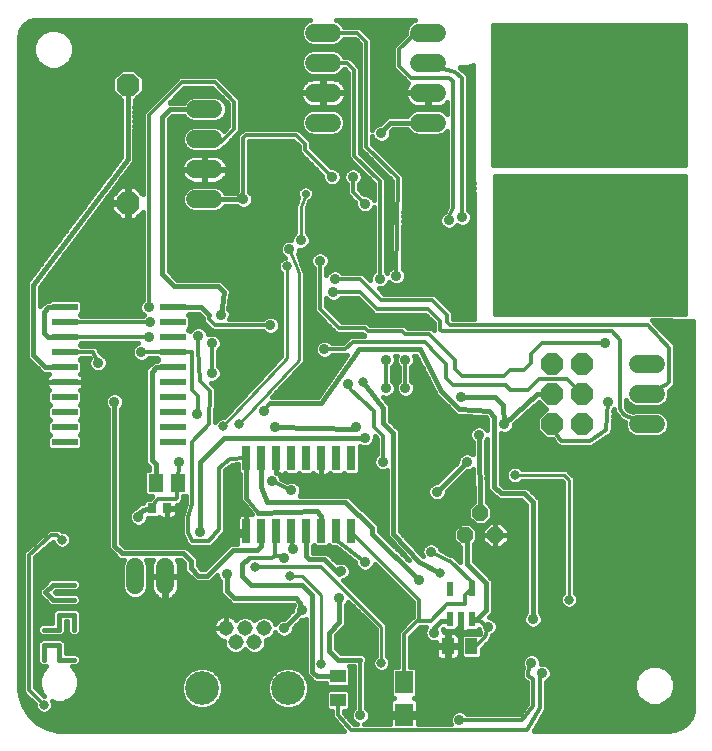
<source format=gbl>
G75*
%MOIN*%
%OFA0B0*%
%FSLAX24Y24*%
%IPPOS*%
%LPD*%
%AMOC8*
5,1,8,0,0,1.08239X$1,22.5*
%
%ADD10C,0.0100*%
%ADD11R,0.0866X0.0236*%
%ADD12OC8,0.0760*%
%ADD13OC8,0.0740*%
%ADD14OC8,0.0520*%
%ADD15C,0.0600*%
%ADD16C,0.3543*%
%ADD17C,0.0515*%
%ADD18C,0.1122*%
%ADD19R,0.0276X0.0354*%
%ADD20R,0.0512X0.0591*%
%ADD21R,0.0260X0.0800*%
%ADD22R,0.0217X0.0472*%
%ADD23R,0.0591X0.0768*%
%ADD24R,0.0433X0.0551*%
%ADD25R,0.0551X0.0433*%
%ADD26C,0.0160*%
%ADD27C,0.0356*%
%ADD28C,0.0120*%
%ADD29C,0.0320*%
%ADD30C,0.0277*%
%ADD31C,0.0317*%
D10*
X014533Y010800D02*
X014933Y010800D01*
X015583Y010150D01*
X015583Y007850D01*
X017583Y007900D02*
X017583Y009100D01*
X015583Y011100D01*
X012305Y015771D02*
X014433Y018050D01*
X014433Y021113D01*
X014797Y020982D02*
X014833Y020846D01*
X014833Y018000D01*
X012833Y015850D01*
X014797Y020982D02*
X014510Y021682D01*
X014901Y021980D02*
X014901Y023081D01*
X015051Y023530D01*
X021333Y023526D02*
X027733Y023526D01*
X027733Y023624D02*
X021333Y023624D01*
X021333Y023723D02*
X027733Y023723D01*
X027733Y023821D02*
X021333Y023821D01*
X021333Y023920D02*
X027733Y023920D01*
X027733Y024018D02*
X021333Y024018D01*
X021333Y024117D02*
X027733Y024117D01*
X027733Y024150D02*
X027733Y019500D01*
X021333Y019500D01*
X021333Y024150D01*
X027733Y024150D01*
X027733Y024450D02*
X021283Y024450D01*
X021283Y029200D01*
X027733Y029200D01*
X027733Y024450D01*
X027733Y024511D02*
X021283Y024511D01*
X021283Y024609D02*
X027733Y024609D01*
X027733Y024708D02*
X021283Y024708D01*
X021283Y024806D02*
X027733Y024806D01*
X027733Y024905D02*
X021283Y024905D01*
X021283Y025003D02*
X027733Y025003D01*
X027733Y025102D02*
X021283Y025102D01*
X021283Y025200D02*
X027733Y025200D01*
X027733Y025299D02*
X021283Y025299D01*
X021283Y025397D02*
X027733Y025397D01*
X027733Y025496D02*
X021283Y025496D01*
X021283Y025594D02*
X027733Y025594D01*
X027733Y025693D02*
X021283Y025693D01*
X021283Y025791D02*
X027733Y025791D01*
X027733Y025890D02*
X021283Y025890D01*
X021283Y025988D02*
X027733Y025988D01*
X027733Y026087D02*
X021283Y026087D01*
X021283Y026185D02*
X027733Y026185D01*
X027733Y026284D02*
X021283Y026284D01*
X021283Y026382D02*
X027733Y026382D01*
X027733Y026481D02*
X021283Y026481D01*
X021283Y026579D02*
X027733Y026579D01*
X027733Y026678D02*
X021283Y026678D01*
X021283Y026776D02*
X027733Y026776D01*
X027733Y026875D02*
X021283Y026875D01*
X021283Y026973D02*
X027733Y026973D01*
X027733Y027072D02*
X021283Y027072D01*
X021283Y027170D02*
X027733Y027170D01*
X027733Y027269D02*
X021283Y027269D01*
X021283Y027367D02*
X027733Y027367D01*
X027733Y027466D02*
X021283Y027466D01*
X021283Y027564D02*
X027733Y027564D01*
X027733Y027663D02*
X021283Y027663D01*
X021283Y027761D02*
X027733Y027761D01*
X027733Y027860D02*
X021283Y027860D01*
X021283Y027958D02*
X027733Y027958D01*
X027733Y028057D02*
X021283Y028057D01*
X021283Y028155D02*
X027733Y028155D01*
X027733Y028254D02*
X021283Y028254D01*
X021283Y028352D02*
X027733Y028352D01*
X027733Y028451D02*
X021283Y028451D01*
X021283Y028549D02*
X027733Y028549D01*
X027733Y028648D02*
X021283Y028648D01*
X021283Y028746D02*
X027733Y028746D01*
X027733Y028845D02*
X021283Y028845D01*
X021283Y028943D02*
X027733Y028943D01*
X027733Y029042D02*
X021283Y029042D01*
X021283Y029140D02*
X027733Y029140D01*
X027733Y023427D02*
X021333Y023427D01*
X021333Y023329D02*
X027733Y023329D01*
X027733Y023230D02*
X021333Y023230D01*
X021333Y023132D02*
X027733Y023132D01*
X027733Y023033D02*
X021333Y023033D01*
X021333Y022935D02*
X027733Y022935D01*
X027733Y022836D02*
X021333Y022836D01*
X021333Y022738D02*
X027733Y022738D01*
X027733Y022639D02*
X021333Y022639D01*
X021333Y022541D02*
X027733Y022541D01*
X027733Y022442D02*
X021333Y022442D01*
X021333Y022344D02*
X027733Y022344D01*
X027733Y022245D02*
X021333Y022245D01*
X021333Y022147D02*
X027733Y022147D01*
X027733Y022048D02*
X021333Y022048D01*
X021333Y021950D02*
X027733Y021950D01*
X027733Y021851D02*
X021333Y021851D01*
X021333Y021753D02*
X027733Y021753D01*
X027733Y021654D02*
X021333Y021654D01*
X021333Y021556D02*
X027733Y021556D01*
X027733Y021457D02*
X021333Y021457D01*
X021333Y021359D02*
X027733Y021359D01*
X027733Y021260D02*
X021333Y021260D01*
X021333Y021162D02*
X027733Y021162D01*
X027733Y021063D02*
X021333Y021063D01*
X021333Y020965D02*
X027733Y020965D01*
X027733Y020866D02*
X021333Y020866D01*
X021333Y020768D02*
X027733Y020768D01*
X027733Y020669D02*
X021333Y020669D01*
X021333Y020571D02*
X027733Y020571D01*
X027733Y020472D02*
X021333Y020472D01*
X021333Y020374D02*
X027733Y020374D01*
X027733Y020275D02*
X021333Y020275D01*
X021333Y020177D02*
X027733Y020177D01*
X027733Y020078D02*
X021333Y020078D01*
X021333Y019980D02*
X027733Y019980D01*
X027733Y019881D02*
X021333Y019881D01*
X021333Y019783D02*
X027733Y019783D01*
X027733Y019684D02*
X021333Y019684D01*
X021333Y019586D02*
X027733Y019586D01*
X023683Y014150D02*
X022033Y014150D01*
X023683Y014150D02*
X023833Y014000D01*
X023833Y010000D01*
D11*
X010644Y015250D03*
X010644Y015750D03*
X010644Y016250D03*
X010644Y016750D03*
X010644Y017250D03*
X010644Y017750D03*
X010644Y018250D03*
X010644Y018750D03*
X010644Y019250D03*
X010644Y019750D03*
X007022Y019750D03*
X007022Y019250D03*
X007022Y018750D03*
X007022Y018250D03*
X007022Y017750D03*
X007022Y017250D03*
X007022Y016750D03*
X007022Y016250D03*
X007022Y015750D03*
X007022Y015250D03*
D12*
X009133Y023223D03*
X009133Y027160D03*
D13*
X023283Y017850D03*
X024283Y017850D03*
X024283Y016850D03*
X023283Y016850D03*
X023283Y015850D03*
X024283Y015850D03*
D14*
X020883Y012900D03*
X020383Y012150D03*
X021383Y012150D03*
D15*
X026133Y015850D02*
X026733Y015850D01*
X026733Y016850D02*
X026133Y016850D01*
X026133Y017850D02*
X026733Y017850D01*
X019433Y025900D02*
X018833Y025900D01*
X018833Y026900D02*
X019433Y026900D01*
X019433Y027900D02*
X018833Y027900D01*
X018833Y028900D02*
X019433Y028900D01*
X015933Y028900D02*
X015333Y028900D01*
X015333Y027900D02*
X015933Y027900D01*
X015933Y026900D02*
X015333Y026900D01*
X015333Y025900D02*
X015933Y025900D01*
X011983Y026350D02*
X011383Y026350D01*
X011383Y025350D02*
X011983Y025350D01*
X011983Y024350D02*
X011383Y024350D01*
X011383Y023350D02*
X011983Y023350D01*
X010367Y011071D02*
X010367Y010471D01*
X009367Y010471D02*
X009367Y011071D01*
D16*
X024231Y021354D03*
X024231Y027260D03*
D17*
X013663Y009058D03*
X013348Y008585D03*
X013033Y009058D03*
X012718Y008585D03*
X012403Y009058D03*
D18*
X011596Y007050D03*
X014470Y007050D03*
D19*
X010439Y013050D03*
X009927Y013050D03*
D20*
X010059Y013900D03*
X010807Y013900D03*
D21*
X013083Y014710D03*
X013583Y014710D03*
X014083Y014710D03*
X014583Y014710D03*
X015083Y014710D03*
X015583Y014710D03*
X016083Y014710D03*
X016583Y014710D03*
X016583Y012290D03*
X016083Y012290D03*
X015583Y012290D03*
X015083Y012290D03*
X014583Y012290D03*
X014083Y012290D03*
X013583Y012290D03*
X013083Y012290D03*
D22*
X019859Y010362D03*
X020607Y010362D03*
X020607Y009338D03*
X020233Y009338D03*
X019859Y009338D03*
D23*
X018333Y007241D03*
X018333Y006159D03*
D24*
X019790Y008450D03*
X020577Y008450D03*
D25*
X016133Y007444D03*
X016133Y006656D03*
D26*
X006110Y005900D02*
X005837Y006156D01*
X005640Y006475D01*
X005531Y006834D01*
X005513Y007020D01*
X005513Y028792D01*
X005520Y028874D01*
X005570Y029030D01*
X005667Y029162D01*
X005800Y029259D01*
X005956Y029310D01*
X006038Y029316D01*
X015188Y029316D01*
X015084Y029273D01*
X014960Y029149D01*
X014893Y028988D01*
X014893Y028812D01*
X014960Y028651D01*
X015084Y028527D01*
X015246Y028460D01*
X016021Y028460D01*
X016183Y028527D01*
X016306Y028651D01*
X016327Y028700D01*
X016700Y028700D01*
X016883Y028517D01*
X016883Y025017D01*
X017000Y024900D01*
X017932Y023968D01*
X017887Y021054D01*
X017814Y020980D01*
X017781Y020902D01*
X017733Y020950D01*
X017733Y024033D01*
X016883Y024883D01*
X016883Y027733D01*
X016633Y027983D01*
X016516Y028100D01*
X016327Y028100D01*
X016306Y028149D01*
X016183Y028273D01*
X016021Y028340D01*
X015246Y028340D01*
X015084Y028273D01*
X014960Y028149D01*
X014893Y027988D01*
X014893Y027812D01*
X014960Y027651D01*
X015084Y027527D01*
X015246Y027460D01*
X016021Y027460D01*
X016183Y027527D01*
X016306Y027651D01*
X016327Y027700D01*
X016350Y027700D01*
X016483Y027567D01*
X016483Y024717D01*
X016600Y024600D01*
X017333Y023867D01*
X017333Y023307D01*
X017303Y023380D01*
X017214Y023470D01*
X017097Y023518D01*
X016998Y023518D01*
X016833Y023683D01*
X016833Y023850D01*
X016903Y023920D01*
X016951Y024037D01*
X016951Y024163D01*
X016903Y024280D01*
X016814Y024370D01*
X016697Y024418D01*
X016570Y024418D01*
X016453Y024370D01*
X016364Y024280D01*
X016315Y024163D01*
X016315Y024037D01*
X016364Y023920D01*
X016433Y023850D01*
X016433Y023517D01*
X016550Y023400D01*
X016715Y023235D01*
X016715Y023137D01*
X016764Y023020D01*
X016853Y022930D01*
X016970Y022882D01*
X017097Y022882D01*
X017214Y022930D01*
X017303Y023020D01*
X017333Y023093D01*
X017333Y020950D01*
X017264Y020880D01*
X017215Y020763D01*
X017215Y020651D01*
X016966Y020900D01*
X016283Y020900D01*
X016214Y020970D01*
X016097Y021018D01*
X015970Y021018D01*
X015853Y020970D01*
X015764Y020880D01*
X015733Y020807D01*
X015733Y021050D01*
X015803Y021120D01*
X015851Y021237D01*
X015851Y021363D01*
X015803Y021480D01*
X015714Y021570D01*
X015597Y021618D01*
X015470Y021618D01*
X015353Y021570D01*
X015264Y021480D01*
X015215Y021363D01*
X015215Y021237D01*
X015264Y021120D01*
X015333Y021050D01*
X015333Y019617D01*
X015983Y018967D01*
X016100Y018850D01*
X016950Y018850D01*
X017000Y018800D01*
X016550Y018800D01*
X016433Y018683D01*
X016300Y018550D01*
X015933Y018550D01*
X015864Y018620D01*
X015747Y018668D01*
X015620Y018668D01*
X015503Y018620D01*
X015414Y018530D01*
X015365Y018413D01*
X015365Y018287D01*
X015414Y018170D01*
X015503Y018080D01*
X015620Y018032D01*
X015747Y018032D01*
X015864Y018080D01*
X015933Y018150D01*
X016427Y018150D01*
X015468Y016770D01*
X013949Y016770D01*
X014970Y017868D01*
X015023Y017921D01*
X015023Y017925D01*
X015026Y017928D01*
X015023Y018003D01*
X015023Y020795D01*
X015037Y020818D01*
X015023Y020870D01*
X015023Y020924D01*
X015004Y020944D01*
X014997Y020968D01*
X015003Y020981D01*
X014978Y021043D01*
X014961Y021107D01*
X014948Y021114D01*
X014784Y021513D01*
X014828Y021619D01*
X014828Y021666D01*
X014838Y021662D01*
X014964Y021662D01*
X015081Y021711D01*
X015171Y021800D01*
X015219Y021917D01*
X015219Y022044D01*
X015171Y022161D01*
X015091Y022240D01*
X015091Y023050D01*
X015166Y023277D01*
X015209Y023294D01*
X015287Y023372D01*
X015329Y023475D01*
X015329Y023586D01*
X015287Y023688D01*
X015209Y023767D01*
X015106Y023809D01*
X014995Y023809D01*
X014893Y023767D01*
X014814Y023688D01*
X014772Y023586D01*
X014772Y023475D01*
X014805Y023394D01*
X014735Y023183D01*
X014711Y023159D01*
X014711Y023111D01*
X014696Y023066D01*
X014711Y023036D01*
X014711Y022240D01*
X014631Y022161D01*
X014583Y022044D01*
X014583Y021996D01*
X014573Y022000D01*
X014446Y022000D01*
X014330Y021952D01*
X014240Y021862D01*
X014192Y021745D01*
X014192Y021619D01*
X014240Y021502D01*
X014330Y021412D01*
X014351Y021403D01*
X014263Y021367D01*
X014179Y021283D01*
X014133Y021172D01*
X014133Y021053D01*
X014179Y020943D01*
X014243Y020878D01*
X014243Y018125D01*
X012325Y016071D01*
X012245Y016071D01*
X012135Y016026D01*
X012050Y015941D01*
X012036Y015907D01*
X012080Y016863D01*
X012083Y016867D01*
X012083Y016945D01*
X012087Y017024D01*
X012083Y017028D01*
X012083Y017033D01*
X012028Y017088D01*
X011975Y017146D01*
X011970Y017146D01*
X011884Y017232D01*
X011997Y017232D01*
X012114Y017280D01*
X012203Y017370D01*
X012251Y017487D01*
X012251Y017613D01*
X012203Y017730D01*
X012133Y017800D01*
X012133Y018300D01*
X012203Y018370D01*
X012251Y018487D01*
X012251Y018613D01*
X012203Y018730D01*
X012114Y018820D01*
X011997Y018868D01*
X011870Y018868D01*
X011801Y018840D01*
X011801Y018863D01*
X011753Y018980D01*
X011664Y019070D01*
X011547Y019118D01*
X011420Y019118D01*
X011303Y019070D01*
X011214Y018980D01*
X011199Y018945D01*
X011144Y019000D01*
X011217Y019074D01*
X011217Y019426D01*
X011144Y019500D01*
X011174Y019530D01*
X011492Y019530D01*
X011633Y019389D01*
X011633Y019267D01*
X011833Y019067D01*
X011950Y018950D01*
X013633Y018950D01*
X013703Y018880D01*
X013820Y018832D01*
X013947Y018832D01*
X014064Y018880D01*
X014153Y018970D01*
X014201Y019087D01*
X014201Y019213D01*
X014153Y019330D01*
X014064Y019420D01*
X013947Y019468D01*
X013820Y019468D01*
X013703Y019420D01*
X013633Y019350D01*
X012516Y019350D01*
X012551Y019437D01*
X012551Y019563D01*
X012503Y019680D01*
X012482Y019701D01*
X012542Y020147D01*
X012553Y020159D01*
X012553Y020235D01*
X012563Y020311D01*
X012553Y020324D01*
X012553Y020341D01*
X012499Y020395D01*
X012453Y020456D01*
X012436Y020458D01*
X012353Y020541D01*
X012224Y020670D01*
X010774Y020670D01*
X010503Y020941D01*
X010503Y026009D01*
X010624Y026130D01*
X010998Y026130D01*
X011010Y026101D01*
X011134Y025977D01*
X011296Y025910D01*
X012071Y025910D01*
X012233Y025977D01*
X012356Y026101D01*
X012423Y026262D01*
X012423Y026438D01*
X012356Y026599D01*
X012233Y026723D01*
X012071Y026790D01*
X011296Y026790D01*
X011134Y026723D01*
X011010Y026599D01*
X010998Y026570D01*
X010536Y026570D01*
X011016Y027050D01*
X011950Y027050D01*
X012483Y026517D01*
X012483Y025783D01*
X012328Y025628D01*
X012233Y025723D01*
X012071Y025790D01*
X011296Y025790D01*
X011134Y025723D01*
X011010Y025599D01*
X010943Y025438D01*
X010943Y025262D01*
X011010Y025101D01*
X011134Y024977D01*
X011296Y024910D01*
X012071Y024910D01*
X012233Y024977D01*
X012306Y025050D01*
X012316Y025050D01*
X012433Y025167D01*
X012883Y025617D01*
X012883Y026683D01*
X012766Y026800D01*
X012116Y027450D01*
X010850Y027450D01*
X010733Y027333D01*
X009633Y026233D01*
X009633Y023515D01*
X009365Y023783D01*
X009153Y023783D01*
X009153Y023243D01*
X009113Y023243D01*
X009113Y023203D01*
X008573Y023203D01*
X008573Y022991D01*
X008901Y022663D01*
X009113Y022663D01*
X009113Y023203D01*
X009153Y023203D01*
X009153Y022663D01*
X009365Y022663D01*
X009633Y022931D01*
X009633Y020000D01*
X009564Y019930D01*
X009515Y019813D01*
X009515Y019687D01*
X009564Y019570D01*
X009653Y019480D01*
X009661Y019477D01*
X009633Y019450D01*
X007571Y019450D01*
X007521Y019500D01*
X007595Y019574D01*
X007595Y019926D01*
X007513Y020008D01*
X006531Y020008D01*
X006493Y019970D01*
X006392Y019970D01*
X006242Y019820D01*
X006203Y019781D01*
X006203Y020427D01*
X009290Y024545D01*
X009343Y024598D01*
X009343Y024616D01*
X009354Y024631D01*
X009344Y024705D01*
X009351Y026642D01*
X009653Y026944D01*
X009653Y027375D01*
X009349Y027680D01*
X008918Y027680D01*
X008613Y027375D01*
X008613Y026944D01*
X008911Y026646D01*
X008904Y024764D01*
X005817Y020644D01*
X005763Y020591D01*
X005763Y020573D01*
X005753Y020559D01*
X005763Y020484D01*
X005763Y018059D01*
X006163Y017659D01*
X006292Y017530D01*
X006493Y017530D01*
X006499Y017524D01*
X006479Y017512D01*
X006445Y017479D01*
X006422Y017438D01*
X006409Y017392D01*
X006409Y017250D01*
X007022Y017250D01*
X006409Y017250D01*
X006409Y017108D01*
X006422Y017062D01*
X006445Y017021D01*
X006479Y016988D01*
X006499Y016976D01*
X006449Y016926D01*
X006449Y016574D01*
X006523Y016500D01*
X006449Y016426D01*
X006449Y016074D01*
X006523Y016000D01*
X006449Y015926D01*
X006449Y015574D01*
X006523Y015500D01*
X006449Y015426D01*
X006449Y015074D01*
X006531Y014992D01*
X007513Y014992D01*
X007595Y015074D01*
X007595Y015426D01*
X007521Y015500D01*
X007595Y015574D01*
X007595Y015926D01*
X007521Y016000D01*
X007595Y016074D01*
X007595Y016426D01*
X007521Y016500D01*
X007595Y016574D01*
X007595Y016926D01*
X007545Y016976D01*
X007566Y016988D01*
X007599Y017021D01*
X007623Y017062D01*
X007635Y017108D01*
X007635Y017250D01*
X007635Y017392D01*
X007623Y017438D01*
X007599Y017479D01*
X007566Y017512D01*
X007545Y017524D01*
X007595Y017574D01*
X007595Y017926D01*
X007521Y018000D01*
X007571Y018050D01*
X007851Y018050D01*
X007815Y017963D01*
X007815Y017837D01*
X007864Y017720D01*
X007953Y017630D01*
X008070Y017582D01*
X008197Y017582D01*
X008314Y017630D01*
X008403Y017720D01*
X008451Y017837D01*
X008451Y017963D01*
X008403Y018080D01*
X008314Y018170D01*
X008218Y018209D01*
X008183Y018291D01*
X008183Y018333D01*
X008152Y018364D01*
X008135Y018405D01*
X008096Y018420D01*
X008066Y018450D01*
X008022Y018450D01*
X007981Y018466D01*
X007942Y018450D01*
X007571Y018450D01*
X007521Y018500D01*
X007571Y018550D01*
X009476Y018550D01*
X009403Y018520D01*
X009314Y018430D01*
X009265Y018313D01*
X009265Y018187D01*
X009314Y018070D01*
X009403Y017980D01*
X009520Y017932D01*
X009647Y017932D01*
X009764Y017980D01*
X009833Y018050D01*
X010095Y018050D01*
X010145Y018000D01*
X010115Y017970D01*
X009992Y017970D01*
X009863Y017841D01*
X009713Y017691D01*
X009713Y014559D01*
X009839Y014433D01*
X009839Y014335D01*
X009745Y014335D01*
X009663Y014253D01*
X009663Y013547D01*
X009745Y013465D01*
X009948Y013465D01*
X009919Y013419D01*
X009877Y013377D01*
X009877Y013367D01*
X009732Y013367D01*
X009650Y013285D01*
X009650Y013226D01*
X009615Y013220D01*
X009542Y013220D01*
X009527Y013205D01*
X009507Y013202D01*
X009465Y013142D01*
X009369Y013047D01*
X009303Y013020D01*
X009214Y012930D01*
X009165Y012813D01*
X009165Y012687D01*
X009214Y012570D01*
X009303Y012480D01*
X009420Y012432D01*
X009547Y012432D01*
X009664Y012480D01*
X009753Y012570D01*
X009801Y012687D01*
X009801Y012733D01*
X010123Y012733D01*
X010156Y012765D01*
X010157Y012762D01*
X010191Y012729D01*
X010232Y012705D01*
X010278Y012693D01*
X010439Y012693D01*
X010439Y013050D01*
X010439Y013050D01*
X010833Y013000D01*
X010757Y013050D02*
X010757Y012849D01*
X010745Y012803D01*
X010721Y012762D01*
X010688Y012729D01*
X010647Y012705D01*
X010601Y012693D01*
X010439Y012693D01*
X010439Y013050D01*
X010757Y013050D01*
X010757Y013150D01*
X010816Y013150D01*
X010866Y013200D01*
X010983Y013317D01*
X010983Y013465D01*
X011083Y013465D01*
X011083Y013232D01*
X010959Y012858D01*
X010933Y012833D01*
X010933Y012782D01*
X010917Y012735D01*
X010933Y012703D01*
X010933Y012282D01*
X010917Y012235D01*
X010933Y012203D01*
X010933Y012167D01*
X010969Y012132D01*
X011083Y011903D01*
X011083Y011867D01*
X011119Y011832D01*
X011141Y011786D01*
X011175Y011775D01*
X011200Y011750D01*
X011251Y011750D01*
X011299Y011734D01*
X011331Y011750D01*
X011758Y011750D01*
X011764Y011745D01*
X011840Y011750D01*
X011916Y011750D01*
X011922Y011755D01*
X011929Y011756D01*
X011979Y011813D01*
X012033Y011867D01*
X012033Y011875D01*
X012329Y012213D01*
X012383Y012267D01*
X012383Y012275D01*
X012388Y012281D01*
X012383Y012357D01*
X012383Y014308D01*
X012609Y014501D01*
X012813Y014505D01*
X012813Y014252D01*
X012863Y014202D01*
X012863Y013309D01*
X012992Y013180D01*
X013003Y013180D01*
X013255Y012865D01*
X013237Y012870D01*
X013083Y012870D01*
X012930Y012870D01*
X012884Y012858D01*
X012843Y012834D01*
X012809Y012801D01*
X012786Y012759D01*
X012773Y012714D01*
X012773Y012290D01*
X012773Y011870D01*
X012542Y011870D01*
X011692Y011020D01*
X011574Y011020D01*
X011453Y011141D01*
X011453Y011391D01*
X011203Y011641D01*
X011074Y011770D01*
X009024Y011770D01*
X008903Y011891D01*
X008903Y016370D01*
X008953Y016420D01*
X009001Y016537D01*
X009001Y016663D01*
X008953Y016780D01*
X008864Y016870D01*
X008747Y016918D01*
X008620Y016918D01*
X008503Y016870D01*
X008414Y016780D01*
X008365Y016663D01*
X008365Y016537D01*
X008414Y016420D01*
X008463Y016370D01*
X008463Y011709D01*
X008592Y011580D01*
X008842Y011330D01*
X009004Y011330D01*
X008994Y011320D01*
X008927Y011159D01*
X008927Y010384D01*
X008994Y010222D01*
X009118Y010098D01*
X009280Y010031D01*
X009455Y010031D01*
X009616Y010098D01*
X009740Y010222D01*
X009807Y010384D01*
X009807Y011159D01*
X009740Y011320D01*
X009731Y011330D01*
X009962Y011330D01*
X009957Y011323D01*
X009922Y011256D01*
X009899Y011184D01*
X009887Y011109D01*
X009887Y010791D01*
X010347Y010791D01*
X010347Y010751D01*
X010387Y010751D01*
X010387Y009991D01*
X010405Y009991D01*
X010480Y010003D01*
X010551Y010026D01*
X010619Y010061D01*
X010680Y010105D01*
X010733Y010159D01*
X010778Y010220D01*
X010812Y010287D01*
X010835Y010359D01*
X010847Y010433D01*
X010847Y010751D01*
X010387Y010751D01*
X010387Y010791D01*
X010847Y010791D01*
X010847Y011109D01*
X010835Y011184D01*
X010812Y011256D01*
X010778Y011323D01*
X010773Y011330D01*
X010892Y011330D01*
X011013Y011209D01*
X011013Y010959D01*
X011142Y010830D01*
X011142Y010830D01*
X011263Y010709D01*
X011263Y010709D01*
X011392Y010580D01*
X011874Y010580D01*
X012003Y010709D01*
X012115Y010821D01*
X012115Y010787D01*
X012164Y010670D01*
X012213Y010620D01*
X012213Y010209D01*
X012463Y009959D01*
X012592Y009830D01*
X014642Y009830D01*
X014657Y009815D01*
X014615Y009713D01*
X014615Y009643D01*
X014340Y009368D01*
X014270Y009368D01*
X014153Y009320D01*
X014064Y009230D01*
X014043Y009180D01*
X014000Y009283D01*
X013888Y009395D01*
X013742Y009455D01*
X013584Y009455D01*
X013438Y009395D01*
X013348Y009305D01*
X013258Y009395D01*
X013112Y009455D01*
X012954Y009455D01*
X012808Y009395D01*
X012745Y009332D01*
X012737Y009343D01*
X012688Y009392D01*
X012633Y009432D01*
X012571Y009463D01*
X012506Y009485D01*
X012438Y009495D01*
X012403Y009495D01*
X012369Y009495D01*
X012301Y009485D01*
X012235Y009463D01*
X012174Y009432D01*
X012118Y009392D01*
X012070Y009343D01*
X012029Y009287D01*
X011998Y009226D01*
X011977Y009160D01*
X011966Y009092D01*
X011966Y009058D01*
X012403Y009058D01*
X012403Y009058D01*
X011966Y009058D01*
X011966Y009023D01*
X011977Y008955D01*
X011998Y008890D01*
X012029Y008829D01*
X012070Y008773D01*
X012118Y008724D01*
X012174Y008684D01*
X012235Y008652D01*
X012301Y008631D01*
X012321Y008628D01*
X012321Y008506D01*
X012381Y008360D01*
X012493Y008248D01*
X012639Y008188D01*
X012797Y008188D01*
X012944Y008248D01*
X013033Y008338D01*
X013123Y008248D01*
X013269Y008188D01*
X013427Y008188D01*
X013573Y008248D01*
X013685Y008360D01*
X013746Y008506D01*
X013746Y008662D01*
X013888Y008721D01*
X014000Y008833D01*
X014040Y008928D01*
X014064Y008870D01*
X014153Y008780D01*
X014270Y008732D01*
X014397Y008732D01*
X014514Y008780D01*
X014603Y008870D01*
X014651Y008987D01*
X015063Y008987D01*
X015063Y008829D02*
X014562Y008829D01*
X014651Y008987D02*
X014651Y009057D01*
X014926Y009332D01*
X014997Y009332D01*
X015063Y009360D01*
X015063Y007509D01*
X015192Y007380D01*
X015349Y007224D01*
X015718Y007224D01*
X015718Y007169D01*
X015800Y007087D01*
X016467Y007087D01*
X016549Y007169D01*
X016549Y007718D01*
X016487Y007780D01*
X016683Y007780D01*
X016683Y006400D01*
X016614Y006330D01*
X016565Y006213D01*
X016565Y006087D01*
X016614Y005970D01*
X016703Y005880D01*
X016776Y005850D01*
X016672Y005850D01*
X016333Y006227D01*
X016333Y006300D01*
X016467Y006300D01*
X016549Y006382D01*
X016549Y006931D01*
X016467Y007013D01*
X015800Y007013D01*
X015718Y006931D01*
X015718Y006382D01*
X015800Y006300D01*
X015933Y006300D01*
X015933Y006155D01*
X015929Y006078D01*
X015933Y006073D01*
X015933Y006067D01*
X015988Y006012D01*
X016332Y005630D01*
X007070Y005630D01*
X007068Y005632D01*
X006996Y005630D01*
X006991Y005630D01*
X006806Y005636D01*
X006441Y005722D01*
X006110Y005900D01*
X006029Y005976D02*
X016021Y005976D01*
X015932Y006134D02*
X005861Y006134D01*
X005753Y006293D02*
X006119Y006293D01*
X006080Y006331D02*
X006164Y006247D01*
X006274Y006202D01*
X006393Y006202D01*
X006502Y006247D01*
X006586Y006331D01*
X006632Y006441D01*
X006632Y006559D01*
X006613Y006605D01*
X006698Y006570D01*
X006969Y006570D01*
X007219Y006674D01*
X007410Y006865D01*
X007513Y007115D01*
X007513Y007385D01*
X007410Y007635D01*
X007265Y007780D01*
X007424Y007780D01*
X007553Y007909D01*
X007553Y008091D01*
X007424Y008220D01*
X007053Y008220D01*
X007053Y008591D01*
X006924Y008720D01*
X006242Y008720D01*
X006113Y008591D01*
X006113Y007909D01*
X006242Y007780D01*
X006402Y007780D01*
X006257Y007635D01*
X006153Y007385D01*
X006153Y007115D01*
X006257Y006865D01*
X006323Y006798D01*
X006318Y006798D01*
X006033Y007083D01*
X006033Y011409D01*
X006638Y011933D01*
X006680Y011831D01*
X006764Y011747D01*
X006874Y011702D01*
X006993Y011702D01*
X007102Y011747D01*
X007186Y011831D01*
X007232Y011941D01*
X007232Y012059D01*
X007186Y012169D01*
X007102Y012253D01*
X006993Y012298D01*
X006918Y012298D01*
X006866Y012350D01*
X006590Y012350D01*
X006515Y012355D01*
X006509Y012350D01*
X006500Y012350D01*
X006447Y012296D01*
X005759Y011700D01*
X005750Y011700D01*
X005697Y011646D01*
X005640Y011597D01*
X005639Y011589D01*
X005633Y011583D01*
X005633Y011507D01*
X005628Y011432D01*
X005633Y011425D01*
X005633Y006917D01*
X005750Y006800D01*
X005750Y006800D01*
X006035Y006516D01*
X006035Y006441D01*
X006080Y006331D01*
X006035Y006451D02*
X005654Y006451D01*
X005599Y006610D02*
X005941Y006610D01*
X005782Y006768D02*
X005551Y006768D01*
X005522Y006927D02*
X005633Y006927D01*
X005633Y007085D02*
X005513Y007085D01*
X005513Y007244D02*
X005633Y007244D01*
X005633Y007402D02*
X005513Y007402D01*
X005513Y007561D02*
X005633Y007561D01*
X005633Y007719D02*
X005513Y007719D01*
X005513Y007878D02*
X005633Y007878D01*
X005633Y008036D02*
X005513Y008036D01*
X005513Y008195D02*
X005633Y008195D01*
X005633Y008353D02*
X005513Y008353D01*
X005513Y008512D02*
X005633Y008512D01*
X005633Y008670D02*
X005513Y008670D01*
X005513Y008829D02*
X005633Y008829D01*
X005633Y008987D02*
X005513Y008987D01*
X005513Y009146D02*
X005633Y009146D01*
X005633Y009304D02*
X005513Y009304D01*
X005513Y009463D02*
X005633Y009463D01*
X005633Y009621D02*
X005513Y009621D01*
X005513Y009780D02*
X005633Y009780D01*
X005633Y009938D02*
X005513Y009938D01*
X005513Y010097D02*
X005633Y010097D01*
X005633Y010255D02*
X005513Y010255D01*
X005513Y010414D02*
X005633Y010414D01*
X005633Y010572D02*
X005513Y010572D01*
X005513Y010731D02*
X005633Y010731D01*
X005633Y010889D02*
X005513Y010889D01*
X005513Y011048D02*
X005633Y011048D01*
X005633Y011206D02*
X005513Y011206D01*
X005513Y011365D02*
X005633Y011365D01*
X005633Y011523D02*
X005513Y011523D01*
X005513Y011682D02*
X005732Y011682D01*
X005920Y011840D02*
X005513Y011840D01*
X005513Y011999D02*
X006103Y011999D01*
X006286Y012157D02*
X005513Y012157D01*
X005513Y012316D02*
X006466Y012316D01*
X006901Y012316D02*
X008463Y012316D01*
X008463Y012474D02*
X005513Y012474D01*
X005513Y012633D02*
X008463Y012633D01*
X008463Y012791D02*
X005513Y012791D01*
X005513Y012950D02*
X008463Y012950D01*
X008463Y013108D02*
X005513Y013108D01*
X005513Y013267D02*
X008463Y013267D01*
X008463Y013425D02*
X005513Y013425D01*
X005513Y013584D02*
X008463Y013584D01*
X008463Y013742D02*
X005513Y013742D01*
X005513Y013901D02*
X008463Y013901D01*
X008463Y014059D02*
X005513Y014059D01*
X005513Y014218D02*
X008463Y014218D01*
X008463Y014376D02*
X005513Y014376D01*
X005513Y014535D02*
X008463Y014535D01*
X008463Y014693D02*
X005513Y014693D01*
X005513Y014852D02*
X008463Y014852D01*
X008463Y015010D02*
X007531Y015010D01*
X007595Y015169D02*
X008463Y015169D01*
X008463Y015327D02*
X007595Y015327D01*
X007536Y015486D02*
X008463Y015486D01*
X008463Y015644D02*
X007595Y015644D01*
X007595Y015803D02*
X008463Y015803D01*
X008463Y015961D02*
X007560Y015961D01*
X007595Y016120D02*
X008463Y016120D01*
X008463Y016278D02*
X007595Y016278D01*
X007585Y016437D02*
X008407Y016437D01*
X008365Y016595D02*
X007595Y016595D01*
X007595Y016754D02*
X008403Y016754D01*
X008605Y016912D02*
X007595Y016912D01*
X007625Y017071D02*
X009713Y017071D01*
X009713Y017229D02*
X007635Y017229D01*
X007635Y017250D02*
X007022Y017250D01*
X007022Y017250D01*
X008533Y017250D01*
X009033Y016750D01*
X009033Y013700D01*
X009133Y013600D01*
X009083Y012050D01*
X008903Y011999D02*
X011035Y011999D01*
X011110Y011840D02*
X008954Y011840D01*
X008683Y011800D02*
X008933Y011550D01*
X010983Y011550D01*
X011233Y011300D01*
X011233Y011050D01*
X011483Y010800D01*
X011783Y010800D01*
X012633Y011650D01*
X013433Y011650D01*
X013583Y011800D01*
X013583Y012290D01*
X014033Y012240D02*
X014083Y012290D01*
X013483Y012900D02*
X015433Y012950D01*
X015583Y012800D01*
X015583Y012290D01*
X015083Y012290D02*
X015083Y011450D01*
X015183Y011350D01*
X015683Y011350D01*
X016183Y010850D01*
X016233Y010950D01*
X016104Y011241D02*
X015903Y011441D01*
X015774Y011570D01*
X015303Y011570D01*
X015303Y011782D01*
X015333Y011812D01*
X015395Y011750D01*
X015771Y011750D01*
X015833Y011812D01*
X015895Y011750D01*
X016077Y011750D01*
X016715Y011246D01*
X016715Y011187D01*
X016764Y011070D01*
X016853Y010980D01*
X016970Y010932D01*
X017097Y010932D01*
X017214Y010980D01*
X017303Y011070D01*
X017351Y011187D01*
X017351Y011199D01*
X018633Y009917D01*
X018633Y009433D01*
X018583Y009383D01*
X018133Y008933D01*
X018133Y007765D01*
X017980Y007765D01*
X017898Y007683D01*
X017898Y006799D01*
X017980Y006717D01*
X017996Y006717D01*
X017969Y006710D01*
X017928Y006687D01*
X017894Y006653D01*
X017870Y006612D01*
X017858Y006566D01*
X017858Y006226D01*
X018266Y006226D01*
X018266Y006091D01*
X017858Y006091D01*
X017858Y005850D01*
X016990Y005850D01*
X017064Y005880D01*
X017153Y005970D01*
X017201Y006087D01*
X017201Y006213D01*
X017153Y006330D01*
X017083Y006400D01*
X017083Y007889D01*
X017103Y007909D01*
X017103Y008091D01*
X016974Y008220D01*
X016224Y008220D01*
X016053Y008391D01*
X016053Y008809D01*
X016403Y009159D01*
X016403Y009820D01*
X016453Y009870D01*
X016480Y009935D01*
X017393Y009021D01*
X017393Y008134D01*
X017329Y008070D01*
X017283Y007960D01*
X017283Y007840D01*
X017329Y007730D01*
X017413Y007646D01*
X017524Y007600D01*
X017643Y007600D01*
X017753Y007646D01*
X017838Y007730D01*
X017883Y007840D01*
X017883Y007960D01*
X017838Y008070D01*
X017773Y008134D01*
X017773Y009179D01*
X017662Y009290D01*
X016313Y010639D01*
X016414Y010680D01*
X016503Y010770D01*
X016551Y010887D01*
X016551Y011013D01*
X016503Y011130D01*
X016414Y011220D01*
X016297Y011268D01*
X016170Y011268D01*
X016104Y011241D01*
X015980Y011365D02*
X016566Y011365D01*
X016427Y011206D02*
X016715Y011206D01*
X016786Y011048D02*
X016537Y011048D01*
X016551Y010889D02*
X017661Y010889D01*
X017503Y011048D02*
X017281Y011048D01*
X017820Y010731D02*
X016464Y010731D01*
X016380Y010572D02*
X017978Y010572D01*
X018137Y010414D02*
X016539Y010414D01*
X016697Y010255D02*
X018295Y010255D01*
X018454Y010097D02*
X016856Y010097D01*
X017014Y009938D02*
X018612Y009938D01*
X018633Y009780D02*
X017173Y009780D01*
X017331Y009621D02*
X018633Y009621D01*
X018633Y009463D02*
X017490Y009463D01*
X017648Y009304D02*
X018504Y009304D01*
X018346Y009146D02*
X017773Y009146D01*
X017773Y008987D02*
X018187Y008987D01*
X018133Y008829D02*
X017773Y008829D01*
X017773Y008670D02*
X018133Y008670D01*
X018133Y008512D02*
X017773Y008512D01*
X017773Y008353D02*
X018133Y008353D01*
X018133Y008195D02*
X017773Y008195D01*
X017852Y008036D02*
X018133Y008036D01*
X018133Y007878D02*
X017883Y007878D01*
X017934Y007719D02*
X017827Y007719D01*
X017898Y007561D02*
X017083Y007561D01*
X017083Y007719D02*
X017340Y007719D01*
X017283Y007878D02*
X017083Y007878D01*
X017103Y008036D02*
X017315Y008036D01*
X017393Y008195D02*
X017000Y008195D01*
X016883Y008000D02*
X016133Y008000D01*
X015833Y008300D01*
X015833Y008900D01*
X016183Y009250D01*
X016183Y010050D01*
X016403Y009780D02*
X016635Y009780D01*
X016794Y009621D02*
X016403Y009621D01*
X016403Y009463D02*
X016952Y009463D01*
X017111Y009304D02*
X016403Y009304D01*
X016390Y009146D02*
X017269Y009146D01*
X017393Y008987D02*
X016231Y008987D01*
X016073Y008829D02*
X017393Y008829D01*
X017393Y008670D02*
X016053Y008670D01*
X016053Y008512D02*
X017393Y008512D01*
X017393Y008353D02*
X016091Y008353D01*
X016548Y007719D02*
X016683Y007719D01*
X016683Y007561D02*
X016549Y007561D01*
X016549Y007402D02*
X016683Y007402D01*
X016683Y007244D02*
X016549Y007244D01*
X016683Y007085D02*
X015171Y007085D01*
X015171Y007189D02*
X015171Y006911D01*
X015065Y006653D01*
X014867Y006456D01*
X014610Y006349D01*
X014331Y006349D01*
X014073Y006456D01*
X013876Y006653D01*
X013769Y006911D01*
X013769Y007189D01*
X013876Y007447D01*
X014073Y007644D01*
X014331Y007751D01*
X014610Y007751D01*
X014867Y007644D01*
X015065Y007447D01*
X015171Y007189D01*
X015149Y007244D02*
X015329Y007244D01*
X015170Y007402D02*
X015083Y007402D01*
X015063Y007561D02*
X014951Y007561D01*
X015063Y007719D02*
X014687Y007719D01*
X015063Y007878D02*
X007522Y007878D01*
X007553Y008036D02*
X015063Y008036D01*
X015063Y008195D02*
X013443Y008195D01*
X013253Y008195D02*
X012813Y008195D01*
X012623Y008195D02*
X007450Y008195D01*
X007333Y008000D02*
X006833Y008000D01*
X006833Y008500D01*
X006333Y008500D01*
X006333Y008000D01*
X006113Y008036D02*
X006033Y008036D01*
X006033Y007878D02*
X006145Y007878D01*
X006033Y007719D02*
X006341Y007719D01*
X006226Y007561D02*
X006033Y007561D01*
X006033Y007402D02*
X006160Y007402D01*
X006153Y007244D02*
X006033Y007244D01*
X006033Y007085D02*
X006166Y007085D01*
X006190Y006927D02*
X006231Y006927D01*
X006632Y006451D02*
X011211Y006451D01*
X011199Y006456D02*
X011457Y006349D01*
X011736Y006349D01*
X011993Y006456D01*
X012191Y006653D01*
X012297Y006911D01*
X012297Y007189D01*
X012191Y007447D01*
X011993Y007644D01*
X011736Y007751D01*
X011457Y007751D01*
X011199Y007644D01*
X011002Y007447D01*
X010895Y007189D01*
X010895Y006911D01*
X011002Y006653D01*
X011199Y006456D01*
X011045Y006610D02*
X007064Y006610D01*
X007313Y006768D02*
X010954Y006768D01*
X010895Y006927D02*
X007435Y006927D01*
X007501Y007085D02*
X010895Y007085D01*
X010918Y007244D02*
X007513Y007244D01*
X007506Y007402D02*
X010983Y007402D01*
X011115Y007561D02*
X007441Y007561D01*
X007326Y007719D02*
X011380Y007719D01*
X011813Y007719D02*
X014254Y007719D01*
X013989Y007561D02*
X012077Y007561D01*
X012209Y007402D02*
X013857Y007402D01*
X013792Y007244D02*
X012275Y007244D01*
X012297Y007085D02*
X013769Y007085D01*
X013769Y006927D02*
X012297Y006927D01*
X012238Y006768D02*
X013828Y006768D01*
X013919Y006610D02*
X012147Y006610D01*
X011982Y006451D02*
X014085Y006451D01*
X014856Y006451D02*
X015718Y006451D01*
X015718Y006610D02*
X015021Y006610D01*
X015112Y006768D02*
X015718Y006768D01*
X015718Y006927D02*
X015171Y006927D01*
X015440Y007444D02*
X015283Y007600D01*
X015283Y010150D01*
X014933Y010500D01*
X013233Y010500D01*
X012933Y010800D01*
X012933Y011200D01*
X013183Y011400D01*
X012512Y011840D02*
X012006Y011840D01*
X012142Y011999D02*
X012773Y011999D01*
X012733Y012150D02*
X012833Y012150D01*
X012733Y012250D01*
X012583Y012550D01*
X012773Y012474D02*
X012383Y012474D01*
X012383Y012633D02*
X012773Y012633D01*
X012804Y012791D02*
X012383Y012791D01*
X012383Y012950D02*
X013188Y012950D01*
X013083Y012870D02*
X013083Y012290D01*
X012773Y012290D01*
X013083Y012290D01*
X013083Y012290D01*
X013083Y012870D01*
X013083Y012791D02*
X013083Y012791D01*
X013083Y012633D02*
X013083Y012633D01*
X013083Y012474D02*
X013083Y012474D01*
X013083Y012316D02*
X013083Y012316D01*
X013083Y012290D02*
X013083Y012290D01*
X012943Y012150D01*
X012833Y012150D01*
X012773Y012157D02*
X012280Y012157D01*
X012386Y012316D02*
X012773Y012316D01*
X012733Y012150D02*
X011783Y011200D01*
X011633Y011200D01*
X011547Y011048D02*
X011720Y011048D01*
X011878Y011206D02*
X011453Y011206D01*
X011453Y011365D02*
X012037Y011365D01*
X012195Y011523D02*
X011321Y011523D01*
X011163Y011682D02*
X012354Y011682D01*
X011533Y012250D02*
X011533Y014600D01*
X012333Y015400D01*
X017033Y015400D01*
X017252Y015169D02*
X017433Y015169D01*
X017303Y015220D02*
X017214Y015130D01*
X017097Y015082D01*
X016970Y015082D01*
X016853Y015130D01*
X016853Y014252D01*
X016771Y014170D01*
X016395Y014170D01*
X016333Y014232D01*
X016271Y014170D01*
X015895Y014170D01*
X015860Y014205D01*
X015857Y014199D01*
X015824Y014166D01*
X015783Y014142D01*
X015737Y014130D01*
X015583Y014130D01*
X015583Y014710D01*
X015583Y014710D01*
X015583Y014130D01*
X015430Y014130D01*
X015384Y014142D01*
X015343Y014166D01*
X015309Y014199D01*
X015306Y014205D01*
X015271Y014170D01*
X014895Y014170D01*
X014833Y014232D01*
X014771Y014170D01*
X014395Y014170D01*
X014360Y014205D01*
X014357Y014199D01*
X014324Y014166D01*
X014283Y014142D01*
X014237Y014130D01*
X014203Y014130D01*
X014246Y014026D01*
X014442Y013936D01*
X014520Y013968D01*
X014647Y013968D01*
X014764Y013920D01*
X014853Y013830D01*
X014901Y013713D01*
X014901Y013587D01*
X014853Y013470D01*
X016380Y013470D01*
X016468Y013473D01*
X016471Y013470D01*
X016474Y013470D01*
X016537Y013408D01*
X017371Y012620D01*
X017374Y012620D01*
X017437Y012558D01*
X017501Y012497D01*
X017501Y012494D01*
X017503Y012491D01*
X017503Y012403D01*
X017506Y012315D01*
X017503Y012313D01*
X017503Y012291D01*
X018484Y011310D01*
X017823Y012049D01*
X017763Y012109D01*
X017763Y012116D01*
X017759Y012121D01*
X017763Y012206D01*
X017763Y014310D01*
X017697Y014282D01*
X017570Y014282D01*
X017453Y014330D01*
X017364Y014420D01*
X017315Y014537D01*
X017315Y014663D01*
X017364Y014780D01*
X017433Y014850D01*
X017433Y015367D01*
X017351Y015449D01*
X017351Y015337D01*
X017303Y015220D01*
X017347Y015327D02*
X017433Y015327D01*
X017433Y015010D02*
X016853Y015010D01*
X016853Y014852D02*
X017433Y014852D01*
X017328Y014693D02*
X016853Y014693D01*
X016853Y014535D02*
X017316Y014535D01*
X017407Y014376D02*
X016853Y014376D01*
X016819Y014218D02*
X017763Y014218D01*
X017763Y014059D02*
X014232Y014059D01*
X014083Y014232D02*
X014083Y014232D01*
X014083Y014710D01*
X014083Y014710D01*
X014083Y014232D01*
X014083Y014376D02*
X014083Y014376D01*
X014083Y014535D02*
X014083Y014535D01*
X014083Y014693D02*
X014083Y014693D01*
X013583Y014710D02*
X013583Y013750D01*
X013783Y013250D01*
X016383Y013250D01*
X017283Y012400D01*
X017283Y012200D01*
X018833Y010650D01*
X018833Y011250D02*
X017983Y012200D01*
X017983Y015550D01*
X017633Y015900D01*
X017633Y016400D01*
X016983Y017250D01*
X017650Y016740D02*
X017670Y016732D01*
X017797Y016732D01*
X017914Y016780D01*
X018003Y016870D01*
X018051Y016987D01*
X018051Y017113D01*
X018003Y017230D01*
X017933Y017300D01*
X017933Y017750D01*
X018003Y017820D01*
X018051Y017937D01*
X018051Y018063D01*
X018024Y018130D01*
X018093Y018130D01*
X018065Y018063D01*
X018065Y017937D01*
X018114Y017820D01*
X018183Y017750D01*
X018183Y017300D01*
X018114Y017230D01*
X018065Y017113D01*
X018065Y016987D01*
X018114Y016870D01*
X018203Y016780D01*
X018320Y016732D01*
X018447Y016732D01*
X018564Y016780D01*
X018653Y016870D01*
X018701Y016987D01*
X018701Y017113D01*
X018653Y017230D01*
X018583Y017300D01*
X018583Y017750D01*
X018653Y017820D01*
X018701Y017937D01*
X018701Y018063D01*
X018674Y018130D01*
X018747Y018130D01*
X019363Y016898D01*
X019363Y016859D01*
X019403Y016820D01*
X019427Y016770D01*
X019464Y016758D01*
X020024Y016198D01*
X020081Y016135D01*
X020088Y016135D01*
X020092Y016130D01*
X020178Y016130D01*
X021069Y016085D01*
X021113Y016027D01*
X021113Y015655D01*
X021103Y015680D01*
X021014Y015770D01*
X020897Y015818D01*
X020770Y015818D01*
X020653Y015770D01*
X020564Y015680D01*
X020515Y015563D01*
X020515Y015437D01*
X020564Y015320D01*
X020618Y015266D01*
X020626Y014858D01*
X020614Y014870D01*
X020497Y014918D01*
X020370Y014918D01*
X020253Y014870D01*
X020164Y014780D01*
X020115Y014663D01*
X020115Y014593D01*
X019440Y013918D01*
X019370Y013918D01*
X019253Y013870D01*
X019164Y013780D01*
X019115Y013663D01*
X019115Y013537D01*
X019164Y013420D01*
X019253Y013330D01*
X019370Y013282D01*
X019497Y013282D01*
X019614Y013330D01*
X019703Y013420D01*
X019751Y013537D01*
X019751Y013607D01*
X020426Y014282D01*
X020497Y014282D01*
X020614Y014330D01*
X020635Y014352D01*
X020657Y013239D01*
X020483Y013066D01*
X020483Y012734D01*
X020718Y012500D01*
X021049Y012500D01*
X021283Y012734D01*
X021283Y013066D01*
X021097Y013252D01*
X021058Y015275D01*
X021103Y015320D01*
X021113Y015345D01*
X021113Y013827D01*
X021105Y013816D01*
X021113Y013738D01*
X021113Y013659D01*
X021123Y013649D01*
X021125Y013635D01*
X021186Y013586D01*
X021242Y013530D01*
X021256Y013530D01*
X021436Y013386D01*
X021492Y013330D01*
X021506Y013330D01*
X021517Y013321D01*
X021596Y013330D01*
X022242Y013330D01*
X022413Y013159D01*
X022413Y009580D01*
X022364Y009530D01*
X022315Y009413D01*
X022315Y009287D01*
X022364Y009170D01*
X022453Y009080D01*
X022570Y009032D01*
X022697Y009032D01*
X022814Y009080D01*
X022903Y009170D01*
X022951Y009287D01*
X022951Y009413D01*
X022903Y009530D01*
X022853Y009580D01*
X022853Y013341D01*
X022553Y013641D01*
X022424Y013770D01*
X021661Y013770D01*
X021553Y013856D01*
X021553Y015560D01*
X021620Y015532D01*
X021747Y015532D01*
X021864Y015580D01*
X021953Y015670D01*
X022001Y015787D01*
X022001Y015842D01*
X022823Y016589D01*
X023062Y016350D01*
X022773Y016061D01*
X022773Y015639D01*
X023072Y015340D01*
X023299Y015340D01*
X023383Y015231D01*
X023383Y015217D01*
X023433Y015167D01*
X023476Y015112D01*
X023490Y015110D01*
X023500Y015100D01*
X023571Y015100D01*
X023641Y015091D01*
X023652Y015100D01*
X024511Y015100D01*
X024571Y015087D01*
X024592Y015100D01*
X024616Y015100D01*
X024659Y015143D01*
X025137Y015447D01*
X025156Y015446D01*
X025205Y015490D01*
X025261Y015526D01*
X025265Y015544D01*
X025279Y015557D01*
X025282Y015623D01*
X025297Y015687D01*
X025286Y015703D01*
X025320Y016337D01*
X025331Y016348D01*
X025324Y016296D01*
X025333Y016283D01*
X025333Y016267D01*
X025382Y016219D01*
X025509Y016049D01*
X025532Y015995D01*
X025557Y015985D01*
X025573Y015964D01*
X025631Y015955D01*
X025693Y015931D01*
X025693Y015762D01*
X025760Y015601D01*
X025884Y015477D01*
X026046Y015410D01*
X026821Y015410D01*
X026983Y015477D01*
X027106Y015601D01*
X027173Y015762D01*
X027173Y015938D01*
X027106Y016099D01*
X026983Y016223D01*
X026821Y016290D01*
X026046Y016290D01*
X025960Y016255D01*
X025810Y016315D01*
X025733Y016417D01*
X025733Y016666D01*
X025760Y016601D01*
X025884Y016477D01*
X026046Y016410D01*
X026821Y016410D01*
X026983Y016477D01*
X027106Y016601D01*
X027173Y016762D01*
X027173Y016938D01*
X027168Y016951D01*
X027200Y016983D01*
X027242Y017003D01*
X027256Y017040D01*
X027383Y017167D01*
X027383Y018397D01*
X027386Y018476D01*
X027383Y018479D01*
X027383Y018483D01*
X027327Y018539D01*
X026683Y019229D01*
X026683Y019233D01*
X026627Y019289D01*
X026611Y019306D01*
X027973Y019301D01*
X027973Y006416D01*
X027964Y006293D01*
X027888Y006059D01*
X027743Y005860D01*
X027544Y005716D01*
X027310Y005640D01*
X027187Y005630D01*
X022655Y005630D01*
X023042Y006276D01*
X023083Y006317D01*
X023083Y006345D01*
X023097Y006368D01*
X023083Y006425D01*
X023083Y007268D01*
X023114Y007280D01*
X023203Y007370D01*
X023251Y007487D01*
X023251Y007613D01*
X023203Y007730D01*
X023114Y007820D01*
X022997Y007868D01*
X022901Y007868D01*
X022901Y007963D01*
X022853Y008080D01*
X022764Y008170D01*
X022647Y008218D01*
X022520Y008218D01*
X022403Y008170D01*
X022314Y008080D01*
X022265Y007963D01*
X022265Y007837D01*
X022313Y007721D01*
X022309Y007708D01*
X022283Y007683D01*
X022283Y007632D01*
X022267Y007585D01*
X022283Y007553D01*
X022283Y007511D01*
X022271Y007492D01*
X022283Y007430D01*
X022283Y007367D01*
X022299Y007351D01*
X022303Y007330D01*
X022356Y007295D01*
X022400Y007250D01*
X022423Y007250D01*
X022433Y007243D01*
X022433Y006519D01*
X022186Y006200D01*
X020433Y006200D01*
X020364Y006270D01*
X020247Y006318D01*
X020120Y006318D01*
X020003Y006270D01*
X019914Y006180D01*
X019865Y006063D01*
X019865Y005937D01*
X019901Y005850D01*
X018809Y005850D01*
X018809Y006091D01*
X018401Y006091D01*
X018401Y006226D01*
X018809Y006226D01*
X018809Y006566D01*
X018796Y006612D01*
X018773Y006653D01*
X018739Y006687D01*
X018698Y006710D01*
X018671Y006717D01*
X018687Y006717D01*
X018769Y006799D01*
X018769Y007683D01*
X018687Y007765D01*
X018533Y007765D01*
X018533Y008767D01*
X018866Y009100D01*
X019083Y009100D01*
X019064Y009080D01*
X019015Y008963D01*
X019015Y008837D01*
X019064Y008720D01*
X019153Y008630D01*
X019270Y008582D01*
X019393Y008582D01*
X019393Y008478D01*
X019761Y008478D01*
X019761Y008422D01*
X019393Y008422D01*
X019393Y008151D01*
X019405Y008105D01*
X019429Y008064D01*
X019463Y008030D01*
X019504Y008007D01*
X019549Y007994D01*
X019761Y007994D01*
X019761Y008422D01*
X019818Y008422D01*
X019818Y008478D01*
X020186Y008478D01*
X020186Y008749D01*
X020174Y008795D01*
X020150Y008836D01*
X020117Y008870D01*
X020076Y008893D01*
X020030Y008906D01*
X019818Y008906D01*
X019818Y008478D01*
X019761Y008478D01*
X019761Y008906D01*
X019651Y008906D01*
X019651Y008963D01*
X019624Y009030D01*
X019625Y009030D01*
X019693Y008962D01*
X020011Y008962D01*
X020015Y008958D01*
X020056Y008934D01*
X020101Y008922D01*
X020233Y008922D01*
X020233Y009338D01*
X020233Y009338D01*
X020233Y008922D01*
X020365Y008922D01*
X020411Y008934D01*
X020452Y008958D01*
X020456Y008962D01*
X020774Y008962D01*
X020825Y009013D01*
X020864Y008920D01*
X020872Y008912D01*
X020857Y008860D01*
X020852Y008866D01*
X020303Y008866D01*
X020220Y008784D01*
X020220Y008116D01*
X020303Y008034D01*
X020852Y008034D01*
X020934Y008116D01*
X020934Y008367D01*
X021155Y008589D01*
X021203Y008615D01*
X021211Y008645D01*
X021233Y008667D01*
X021233Y008722D01*
X021258Y008807D01*
X021314Y008830D01*
X021403Y008920D01*
X021451Y009037D01*
X021451Y009163D01*
X021403Y009280D01*
X021314Y009370D01*
X021197Y009418D01*
X021163Y009418D01*
X021174Y009430D01*
X021303Y009559D01*
X021303Y010641D01*
X020653Y011291D01*
X020653Y011833D01*
X020667Y011854D01*
X020665Y011866D01*
X020783Y011984D01*
X020783Y012316D01*
X020549Y012550D01*
X020218Y012550D01*
X019983Y012316D01*
X019983Y011984D01*
X020213Y011754D01*
X020213Y011253D01*
X020083Y011383D01*
X019966Y011500D01*
X019881Y011500D01*
X019551Y011665D01*
X019503Y011780D01*
X019414Y011870D01*
X019297Y011918D01*
X019170Y011918D01*
X019053Y011870D01*
X018964Y011780D01*
X018915Y011663D01*
X018915Y011537D01*
X018952Y011447D01*
X018203Y012284D01*
X018203Y015641D01*
X017853Y015991D01*
X017853Y016385D01*
X017863Y016461D01*
X017853Y016474D01*
X017853Y016491D01*
X017799Y016545D01*
X017650Y016740D01*
X017761Y016595D02*
X019627Y016595D01*
X019469Y016754D02*
X018499Y016754D01*
X018268Y016754D02*
X017849Y016754D01*
X018020Y016912D02*
X018096Y016912D01*
X018065Y017071D02*
X018051Y017071D01*
X018004Y017229D02*
X018113Y017229D01*
X018183Y017388D02*
X017933Y017388D01*
X017933Y017546D02*
X018183Y017546D01*
X018183Y017705D02*
X017933Y017705D01*
X018021Y017863D02*
X018096Y017863D01*
X018065Y018022D02*
X018051Y018022D01*
X018583Y017705D02*
X018960Y017705D01*
X018881Y017863D02*
X018671Y017863D01*
X018701Y018022D02*
X018802Y018022D01*
X018883Y018350D02*
X016833Y018350D01*
X015583Y016550D01*
X013883Y016550D01*
X014081Y016912D02*
X015567Y016912D01*
X015677Y017071D02*
X014228Y017071D01*
X014376Y017229D02*
X015787Y017229D01*
X015897Y017388D02*
X014523Y017388D01*
X014671Y017546D02*
X016007Y017546D01*
X016117Y017705D02*
X014818Y017705D01*
X014965Y017863D02*
X016227Y017863D01*
X016337Y018022D02*
X015023Y018022D01*
X015023Y018180D02*
X015409Y018180D01*
X015365Y018339D02*
X015023Y018339D01*
X015023Y018497D02*
X015400Y018497D01*
X015590Y018656D02*
X015023Y018656D01*
X015023Y018814D02*
X016986Y018814D01*
X017216Y019150D02*
X017116Y019250D01*
X016266Y019250D01*
X015733Y019783D01*
X015733Y020050D01*
X015803Y019980D01*
X015920Y019932D01*
X016047Y019932D01*
X016164Y019980D01*
X016233Y020050D01*
X016800Y020050D01*
X017233Y019617D01*
X017350Y019500D01*
X019050Y019500D01*
X019333Y019217D01*
X019333Y019047D01*
X019317Y019015D01*
X019326Y018990D01*
X019266Y019050D01*
X018466Y019050D01*
X018366Y019150D01*
X017216Y019150D01*
X017244Y019607D02*
X015910Y019607D01*
X015751Y019765D02*
X017085Y019765D01*
X016927Y019924D02*
X015733Y019924D01*
X015333Y019924D02*
X015023Y019924D01*
X015023Y020082D02*
X015333Y020082D01*
X015333Y020241D02*
X015023Y020241D01*
X015023Y020399D02*
X015333Y020399D01*
X015333Y020558D02*
X015023Y020558D01*
X015023Y020716D02*
X015333Y020716D01*
X015333Y020875D02*
X015023Y020875D01*
X014982Y021033D02*
X015333Y021033D01*
X015234Y021192D02*
X014916Y021192D01*
X014851Y021350D02*
X015215Y021350D01*
X015292Y021509D02*
X014786Y021509D01*
X014976Y021667D02*
X017333Y021667D01*
X017333Y021509D02*
X015775Y021509D01*
X015851Y021350D02*
X017333Y021350D01*
X017333Y021192D02*
X015833Y021192D01*
X015733Y021033D02*
X017333Y021033D01*
X017261Y020875D02*
X016992Y020875D01*
X017150Y020716D02*
X017215Y020716D01*
X017484Y020382D02*
X017597Y020382D01*
X017714Y020430D01*
X017803Y020520D01*
X017835Y020598D01*
X017903Y020530D01*
X018020Y020482D01*
X018147Y020482D01*
X018264Y020530D01*
X018353Y020620D01*
X018401Y020737D01*
X018401Y020863D01*
X018353Y020980D01*
X018287Y021046D01*
X018332Y023966D01*
X018333Y023967D01*
X018333Y024048D01*
X018335Y024130D01*
X018333Y024131D01*
X018333Y024133D01*
X018276Y024190D01*
X018219Y024249D01*
X018217Y024249D01*
X017283Y025183D01*
X017283Y025443D01*
X017314Y025370D01*
X017403Y025280D01*
X017520Y025232D01*
X017647Y025232D01*
X017764Y025280D01*
X017853Y025370D01*
X017901Y025487D01*
X017901Y025607D01*
X017974Y025680D01*
X018448Y025680D01*
X018460Y025651D01*
X018584Y025527D01*
X018746Y025460D01*
X019521Y025460D01*
X019683Y025527D01*
X019783Y025628D01*
X019783Y023097D01*
X019705Y022941D01*
X019653Y022920D01*
X019564Y022830D01*
X019515Y022713D01*
X019515Y022587D01*
X019564Y022470D01*
X019653Y022380D01*
X019770Y022332D01*
X019897Y022332D01*
X020014Y022380D01*
X020103Y022470D01*
X020107Y022479D01*
X020220Y022432D01*
X020347Y022432D01*
X020464Y022480D01*
X020553Y022570D01*
X020601Y022687D01*
X020601Y022813D01*
X020553Y022930D01*
X020483Y023000D01*
X020483Y027330D01*
X020491Y027340D01*
X020483Y027411D01*
X020483Y027483D01*
X020474Y027492D01*
X020473Y027504D01*
X020417Y027549D01*
X020366Y027600D01*
X020353Y027600D01*
X020186Y027734D01*
X020184Y027737D01*
X020447Y027737D01*
X020631Y027813D01*
X020673Y019350D01*
X019983Y019350D01*
X019983Y019583D01*
X019866Y019700D01*
X019366Y020200D01*
X017666Y020200D01*
X017484Y020382D01*
X017638Y020399D02*
X020668Y020399D01*
X020669Y020241D02*
X017626Y020241D01*
X017819Y020558D02*
X017876Y020558D01*
X018291Y020558D02*
X020667Y020558D01*
X020667Y020716D02*
X018393Y020716D01*
X018397Y020875D02*
X020666Y020875D01*
X020665Y021033D02*
X018300Y021033D01*
X018289Y021192D02*
X020664Y021192D01*
X020663Y021350D02*
X018292Y021350D01*
X018294Y021509D02*
X020663Y021509D01*
X020662Y021667D02*
X018297Y021667D01*
X018299Y021826D02*
X020661Y021826D01*
X020660Y021984D02*
X018302Y021984D01*
X018304Y022143D02*
X020660Y022143D01*
X020659Y022301D02*
X018306Y022301D01*
X018309Y022460D02*
X019574Y022460D01*
X019515Y022618D02*
X018311Y022618D01*
X018314Y022777D02*
X019541Y022777D01*
X019690Y022935D02*
X018316Y022935D01*
X018319Y023094D02*
X019781Y023094D01*
X019783Y023252D02*
X018321Y023252D01*
X018324Y023411D02*
X019783Y023411D01*
X019783Y023569D02*
X018326Y023569D01*
X018328Y023728D02*
X019783Y023728D01*
X019783Y023886D02*
X018331Y023886D01*
X018333Y024045D02*
X019783Y024045D01*
X019783Y024203D02*
X018264Y024203D01*
X018105Y024362D02*
X019783Y024362D01*
X019783Y024520D02*
X017946Y024520D01*
X017788Y024679D02*
X019783Y024679D01*
X019783Y024837D02*
X017629Y024837D01*
X017471Y024996D02*
X019783Y024996D01*
X019783Y025154D02*
X017312Y025154D01*
X017283Y025313D02*
X017371Y025313D01*
X017533Y025550D02*
X017583Y025550D01*
X017533Y025550D02*
X017883Y025900D01*
X019133Y025900D01*
X019113Y026420D02*
X018796Y026420D01*
X018721Y026432D01*
X018649Y026455D01*
X018582Y026489D01*
X018521Y026534D01*
X018467Y026587D01*
X018423Y026648D01*
X018388Y026716D01*
X018365Y026788D01*
X018353Y026862D01*
X018353Y026880D01*
X019113Y026880D01*
X019113Y026920D01*
X018353Y026920D01*
X018353Y026938D01*
X018365Y027012D01*
X018388Y027084D01*
X018423Y027152D01*
X018467Y027213D01*
X018478Y027223D01*
X018383Y027317D01*
X017983Y027717D01*
X017983Y028433D01*
X018100Y028550D01*
X018393Y028843D01*
X018393Y028988D01*
X018460Y029149D01*
X018584Y029273D01*
X018688Y029316D01*
X016079Y029316D01*
X016183Y029273D01*
X016306Y029149D01*
X016327Y029100D01*
X016866Y029100D01*
X016983Y028983D01*
X017283Y028683D01*
X017283Y028517D01*
X017283Y025657D01*
X017314Y025730D01*
X017403Y025820D01*
X017520Y025868D01*
X017540Y025868D01*
X017792Y026120D01*
X018448Y026120D01*
X018460Y026149D01*
X018584Y026273D01*
X018746Y026340D01*
X019521Y026340D01*
X019683Y026273D01*
X019783Y026172D01*
X019783Y026571D01*
X019746Y026534D01*
X019685Y026489D01*
X019618Y026455D01*
X019546Y026432D01*
X019471Y026420D01*
X019153Y026420D01*
X019153Y026880D01*
X019113Y026880D01*
X019113Y026420D01*
X019113Y026422D02*
X019153Y026422D01*
X019153Y026581D02*
X019113Y026581D01*
X019113Y026739D02*
X019153Y026739D01*
X019113Y026898D02*
X017283Y026898D01*
X017283Y027056D02*
X018379Y027056D01*
X018469Y027215D02*
X017283Y027215D01*
X017283Y027373D02*
X018327Y027373D01*
X018169Y027532D02*
X017283Y027532D01*
X017283Y027690D02*
X018010Y027690D01*
X017983Y027849D02*
X017283Y027849D01*
X017283Y028007D02*
X017983Y028007D01*
X017983Y028166D02*
X017283Y028166D01*
X017283Y028324D02*
X017983Y028324D01*
X018033Y028483D02*
X017283Y028483D01*
X017283Y028641D02*
X018192Y028641D01*
X018350Y028800D02*
X017167Y028800D01*
X017008Y028958D02*
X018393Y028958D01*
X018447Y029117D02*
X016320Y029117D01*
X016178Y029275D02*
X018589Y029275D01*
X016883Y028483D02*
X016075Y028483D01*
X016059Y028324D02*
X016883Y028324D01*
X016883Y028166D02*
X016290Y028166D01*
X016609Y028007D02*
X016883Y028007D01*
X016883Y027849D02*
X016768Y027849D01*
X016883Y027690D02*
X016883Y027690D01*
X016883Y027532D02*
X016883Y027532D01*
X016883Y027373D02*
X016883Y027373D01*
X016883Y027215D02*
X016883Y027215D01*
X016883Y027056D02*
X016883Y027056D01*
X016883Y026898D02*
X016883Y026898D01*
X016883Y026739D02*
X016883Y026739D01*
X016883Y026581D02*
X016883Y026581D01*
X016883Y026422D02*
X016883Y026422D01*
X016883Y026264D02*
X016883Y026264D01*
X016883Y026105D02*
X016883Y026105D01*
X016883Y025947D02*
X016883Y025947D01*
X016883Y025788D02*
X016883Y025788D01*
X016883Y025630D02*
X016883Y025630D01*
X016883Y025471D02*
X016883Y025471D01*
X016883Y025313D02*
X016883Y025313D01*
X016883Y025154D02*
X016883Y025154D01*
X016883Y024996D02*
X016905Y024996D01*
X016929Y024837D02*
X017063Y024837D01*
X017088Y024679D02*
X017222Y024679D01*
X017246Y024520D02*
X017380Y024520D01*
X017405Y024362D02*
X017539Y024362D01*
X017563Y024203D02*
X017697Y024203D01*
X017722Y024045D02*
X017856Y024045D01*
X017931Y023886D02*
X017733Y023886D01*
X017733Y023728D02*
X017928Y023728D01*
X017926Y023569D02*
X017733Y023569D01*
X017733Y023411D02*
X017923Y023411D01*
X017921Y023252D02*
X017733Y023252D01*
X017733Y023094D02*
X017919Y023094D01*
X017916Y022935D02*
X017733Y022935D01*
X017733Y022777D02*
X017914Y022777D01*
X017911Y022618D02*
X017733Y022618D01*
X017733Y022460D02*
X017909Y022460D01*
X017906Y022301D02*
X017733Y022301D01*
X017733Y022143D02*
X017904Y022143D01*
X017902Y021984D02*
X017733Y021984D01*
X017733Y021826D02*
X017899Y021826D01*
X017897Y021667D02*
X017733Y021667D01*
X017733Y021509D02*
X017894Y021509D01*
X017892Y021350D02*
X017733Y021350D01*
X017733Y021192D02*
X017889Y021192D01*
X017866Y021033D02*
X017733Y021033D01*
X017333Y021826D02*
X015181Y021826D01*
X015219Y021984D02*
X017333Y021984D01*
X017333Y022143D02*
X015178Y022143D01*
X015091Y022301D02*
X017333Y022301D01*
X017333Y022460D02*
X015091Y022460D01*
X015091Y022618D02*
X017333Y022618D01*
X017333Y022777D02*
X015091Y022777D01*
X015091Y022935D02*
X016848Y022935D01*
X016733Y023094D02*
X015106Y023094D01*
X015158Y023252D02*
X016698Y023252D01*
X016540Y023411D02*
X015303Y023411D01*
X015329Y023569D02*
X016433Y023569D01*
X016433Y023728D02*
X015248Y023728D01*
X014854Y023728D02*
X013183Y023728D01*
X013183Y023600D02*
X013183Y025300D01*
X014650Y025300D01*
X014833Y025117D01*
X014833Y024917D01*
X014950Y024800D01*
X015615Y024135D01*
X015615Y024037D01*
X015664Y023920D01*
X015753Y023830D01*
X015870Y023782D01*
X015997Y023782D01*
X016114Y023830D01*
X016203Y023920D01*
X016251Y024037D01*
X016251Y024163D01*
X016203Y024280D01*
X016114Y024370D01*
X015997Y024418D01*
X015898Y024418D01*
X015233Y025083D01*
X015233Y025283D01*
X014933Y025583D01*
X014816Y025700D01*
X013000Y025700D01*
X012883Y025583D01*
X012883Y025583D01*
X012783Y025483D01*
X012783Y023633D01*
X012720Y023570D01*
X012368Y023570D01*
X012356Y023599D01*
X012233Y023723D01*
X012071Y023790D01*
X011296Y023790D01*
X011134Y023723D01*
X011010Y023599D01*
X010943Y023438D01*
X010943Y023262D01*
X011010Y023101D01*
X011134Y022977D01*
X011296Y022910D01*
X012071Y022910D01*
X012233Y022977D01*
X012356Y023101D01*
X012368Y023130D01*
X012753Y023130D01*
X012803Y023080D01*
X012920Y023032D01*
X013047Y023032D01*
X013164Y023080D01*
X013253Y023170D01*
X013301Y023287D01*
X013301Y023413D01*
X013253Y023530D01*
X013183Y023600D01*
X013214Y023569D02*
X014772Y023569D01*
X014799Y023411D02*
X013301Y023411D01*
X013287Y023252D02*
X014758Y023252D01*
X014705Y023094D02*
X013177Y023094D01*
X012983Y023350D02*
X012783Y023350D01*
X011683Y023350D01*
X011663Y023870D02*
X011346Y023870D01*
X011271Y023882D01*
X011199Y023905D01*
X011132Y023939D01*
X011071Y023984D01*
X011017Y024037D01*
X010973Y024098D01*
X010938Y024166D01*
X010915Y024238D01*
X010903Y024312D01*
X010903Y024330D01*
X011663Y024330D01*
X011663Y024370D01*
X010903Y024370D01*
X010903Y024388D01*
X010915Y024462D01*
X010938Y024534D01*
X010973Y024602D01*
X011017Y024663D01*
X011071Y024716D01*
X011132Y024761D01*
X011199Y024795D01*
X011271Y024818D01*
X011346Y024830D01*
X011663Y024830D01*
X011663Y024370D01*
X011703Y024370D01*
X011703Y024830D01*
X012021Y024830D01*
X012096Y024818D01*
X012168Y024795D01*
X012235Y024761D01*
X012296Y024716D01*
X012349Y024663D01*
X012394Y024602D01*
X012428Y024534D01*
X012452Y024462D01*
X012463Y024388D01*
X012463Y024370D01*
X011703Y024370D01*
X011703Y024330D01*
X011703Y023870D01*
X012021Y023870D01*
X012096Y023882D01*
X012168Y023905D01*
X012235Y023939D01*
X012296Y023984D01*
X012349Y024037D01*
X012394Y024098D01*
X012428Y024166D01*
X012452Y024238D01*
X012463Y024312D01*
X012463Y024330D01*
X011703Y024330D01*
X011663Y024330D01*
X011663Y023870D01*
X011663Y023886D02*
X011703Y023886D01*
X011703Y024045D02*
X011663Y024045D01*
X011663Y024203D02*
X011703Y024203D01*
X011703Y024362D02*
X012783Y024362D01*
X012783Y024520D02*
X012433Y024520D01*
X012334Y024679D02*
X012783Y024679D01*
X012783Y024837D02*
X010503Y024837D01*
X010503Y024679D02*
X011033Y024679D01*
X010934Y024520D02*
X010503Y024520D01*
X010503Y024362D02*
X011663Y024362D01*
X011663Y024520D02*
X011703Y024520D01*
X011703Y024679D02*
X011663Y024679D01*
X011116Y024996D02*
X010503Y024996D01*
X010503Y025154D02*
X010988Y025154D01*
X010943Y025313D02*
X010503Y025313D01*
X010503Y025471D02*
X010957Y025471D01*
X011041Y025630D02*
X010503Y025630D01*
X010503Y025788D02*
X011291Y025788D01*
X011208Y025947D02*
X010503Y025947D01*
X010599Y026105D02*
X011009Y026105D01*
X010533Y026350D02*
X011683Y026350D01*
X011173Y026739D02*
X010705Y026739D01*
X010547Y026581D02*
X011003Y026581D01*
X010864Y026898D02*
X012103Y026898D01*
X012194Y026739D02*
X012261Y026739D01*
X012364Y026581D02*
X012420Y026581D01*
X012423Y026422D02*
X012483Y026422D01*
X012483Y026264D02*
X012423Y026264D01*
X012483Y026105D02*
X012358Y026105D01*
X012483Y025947D02*
X012159Y025947D01*
X012076Y025788D02*
X012483Y025788D01*
X012330Y025630D02*
X012326Y025630D01*
X012579Y025313D02*
X012783Y025313D01*
X012783Y025471D02*
X012737Y025471D01*
X012883Y025630D02*
X012930Y025630D01*
X012883Y025788D02*
X014903Y025788D01*
X014893Y025812D02*
X014960Y025651D01*
X015084Y025527D01*
X015246Y025460D01*
X016021Y025460D01*
X016183Y025527D01*
X016306Y025651D01*
X016373Y025812D01*
X016373Y025988D01*
X016306Y026149D01*
X016183Y026273D01*
X016021Y026340D01*
X015246Y026340D01*
X015084Y026273D01*
X014960Y026149D01*
X014893Y025988D01*
X014893Y025812D01*
X014893Y025947D02*
X012883Y025947D01*
X012883Y026105D02*
X014942Y026105D01*
X015075Y026264D02*
X012883Y026264D01*
X012883Y026422D02*
X015283Y026422D01*
X015296Y026420D02*
X015221Y026432D01*
X015149Y026455D01*
X015082Y026489D01*
X015021Y026534D01*
X014967Y026587D01*
X014923Y026648D01*
X014888Y026716D01*
X014865Y026788D01*
X014853Y026862D01*
X014853Y026880D01*
X015613Y026880D01*
X015613Y026920D01*
X014853Y026920D01*
X014853Y026938D01*
X014865Y027012D01*
X014888Y027084D01*
X014923Y027152D01*
X014967Y027213D01*
X015021Y027266D01*
X015082Y027311D01*
X015149Y027345D01*
X015221Y027368D01*
X015296Y027380D01*
X015613Y027380D01*
X015613Y026920D01*
X015653Y026920D01*
X015653Y027380D01*
X015971Y027380D01*
X016046Y027368D01*
X016118Y027345D01*
X016185Y027311D01*
X016246Y027266D01*
X016299Y027213D01*
X016344Y027152D01*
X016378Y027084D01*
X016402Y027012D01*
X016413Y026938D01*
X016413Y026920D01*
X015653Y026920D01*
X015653Y026880D01*
X015653Y026420D01*
X015971Y026420D01*
X016046Y026432D01*
X016118Y026455D01*
X016185Y026489D01*
X016246Y026534D01*
X016299Y026587D01*
X016344Y026648D01*
X016378Y026716D01*
X016402Y026788D01*
X016413Y026862D01*
X016413Y026880D01*
X015653Y026880D01*
X015613Y026880D01*
X015613Y026420D01*
X015296Y026420D01*
X015613Y026422D02*
X015653Y026422D01*
X015653Y026581D02*
X015613Y026581D01*
X015613Y026739D02*
X015653Y026739D01*
X015653Y026898D02*
X016483Y026898D01*
X016483Y027056D02*
X016387Y027056D01*
X016298Y027215D02*
X016483Y027215D01*
X016483Y027373D02*
X016015Y027373D01*
X016187Y027532D02*
X016483Y027532D01*
X016360Y027690D02*
X016323Y027690D01*
X015653Y027373D02*
X015613Y027373D01*
X015613Y027215D02*
X015653Y027215D01*
X015653Y027056D02*
X015613Y027056D01*
X015613Y026898D02*
X012669Y026898D01*
X012510Y027056D02*
X014879Y027056D01*
X014969Y027215D02*
X012352Y027215D01*
X012193Y027373D02*
X015252Y027373D01*
X015080Y027532D02*
X009497Y027532D01*
X009653Y027373D02*
X010774Y027373D01*
X010615Y027215D02*
X009653Y027215D01*
X009653Y027056D02*
X010457Y027056D01*
X010298Y026898D02*
X009606Y026898D01*
X009448Y026739D02*
X010140Y026739D01*
X009981Y026581D02*
X009351Y026581D01*
X009350Y026422D02*
X009823Y026422D01*
X009664Y026264D02*
X009350Y026264D01*
X009349Y026105D02*
X009633Y026105D01*
X009633Y025947D02*
X009348Y025947D01*
X009348Y025788D02*
X009633Y025788D01*
X009633Y025630D02*
X009347Y025630D01*
X009347Y025471D02*
X009633Y025471D01*
X009633Y025313D02*
X009346Y025313D01*
X009345Y025154D02*
X009633Y025154D01*
X009633Y024996D02*
X009345Y024996D01*
X009344Y024837D02*
X009633Y024837D01*
X009633Y024679D02*
X009347Y024679D01*
X009271Y024520D02*
X009633Y024520D01*
X009633Y024362D02*
X009152Y024362D01*
X009033Y024203D02*
X009633Y024203D01*
X009633Y024045D02*
X008915Y024045D01*
X008796Y023886D02*
X009633Y023886D01*
X009633Y023728D02*
X009421Y023728D01*
X009579Y023569D02*
X009633Y023569D01*
X009153Y023569D02*
X009113Y023569D01*
X009113Y023411D02*
X009153Y023411D01*
X009153Y023252D02*
X009113Y023252D01*
X009113Y023243D02*
X009113Y023783D01*
X008901Y023783D01*
X008573Y023455D01*
X008573Y023243D01*
X009113Y023243D01*
X009113Y023094D02*
X009153Y023094D01*
X009153Y022935D02*
X009113Y022935D01*
X009113Y022777D02*
X009153Y022777D01*
X009479Y022777D02*
X009633Y022777D01*
X009633Y022618D02*
X007846Y022618D01*
X007964Y022777D02*
X008788Y022777D01*
X008629Y022935D02*
X008083Y022935D01*
X008202Y023094D02*
X008573Y023094D01*
X008573Y023252D02*
X008321Y023252D01*
X008439Y023411D02*
X008573Y023411D01*
X008558Y023569D02*
X008688Y023569D01*
X008677Y023728D02*
X008846Y023728D01*
X009113Y023728D02*
X009153Y023728D01*
X008484Y024203D02*
X005513Y024203D01*
X005513Y024045D02*
X008365Y024045D01*
X008246Y023886D02*
X005513Y023886D01*
X005513Y023728D02*
X008127Y023728D01*
X008008Y023569D02*
X005513Y023569D01*
X005513Y023411D02*
X007890Y023411D01*
X007771Y023252D02*
X005513Y023252D01*
X005513Y023094D02*
X007652Y023094D01*
X007533Y022935D02*
X005513Y022935D01*
X005513Y022777D02*
X007414Y022777D01*
X007296Y022618D02*
X005513Y022618D01*
X005513Y022460D02*
X007177Y022460D01*
X007058Y022301D02*
X005513Y022301D01*
X005513Y022143D02*
X006939Y022143D01*
X006821Y021984D02*
X005513Y021984D01*
X005513Y021826D02*
X006702Y021826D01*
X006583Y021667D02*
X005513Y021667D01*
X005513Y021509D02*
X006464Y021509D01*
X006345Y021350D02*
X005513Y021350D01*
X005513Y021192D02*
X006227Y021192D01*
X006108Y021033D02*
X005513Y021033D01*
X005513Y020875D02*
X005989Y020875D01*
X005870Y020716D02*
X005513Y020716D01*
X005513Y020558D02*
X005753Y020558D01*
X005763Y020399D02*
X005513Y020399D01*
X005513Y020241D02*
X005763Y020241D01*
X005763Y020082D02*
X005513Y020082D01*
X005513Y019924D02*
X005763Y019924D01*
X005763Y019765D02*
X005513Y019765D01*
X005513Y019607D02*
X005763Y019607D01*
X005763Y019448D02*
X005513Y019448D01*
X005513Y019290D02*
X005763Y019290D01*
X005763Y019131D02*
X005513Y019131D01*
X005513Y018973D02*
X005763Y018973D01*
X005763Y018814D02*
X005513Y018814D01*
X005513Y018656D02*
X005763Y018656D01*
X005763Y018497D02*
X005513Y018497D01*
X005513Y018339D02*
X005763Y018339D01*
X005763Y018180D02*
X005513Y018180D01*
X005513Y018022D02*
X005801Y018022D01*
X005983Y018150D02*
X006383Y017750D01*
X007022Y017750D01*
X007595Y017705D02*
X007879Y017705D01*
X007815Y017863D02*
X007595Y017863D01*
X007543Y018022D02*
X007839Y018022D01*
X008178Y018339D02*
X009276Y018339D01*
X009268Y018180D02*
X008289Y018180D01*
X008427Y018022D02*
X009362Y018022D01*
X009713Y017546D02*
X007567Y017546D01*
X007635Y017388D02*
X009713Y017388D01*
X009933Y017600D02*
X010083Y017750D01*
X010644Y017750D01*
X010124Y018022D02*
X009805Y018022D01*
X009885Y017863D02*
X008451Y017863D01*
X008388Y017705D02*
X009727Y017705D01*
X009933Y017600D02*
X009933Y014650D01*
X010059Y014524D01*
X010059Y013900D01*
X009663Y013901D02*
X008903Y013901D01*
X008903Y014059D02*
X009663Y014059D01*
X009663Y014218D02*
X008903Y014218D01*
X008903Y014376D02*
X009839Y014376D01*
X009738Y014535D02*
X008903Y014535D01*
X008903Y014693D02*
X009713Y014693D01*
X009713Y014852D02*
X008903Y014852D01*
X008903Y015010D02*
X009713Y015010D01*
X009713Y015169D02*
X008903Y015169D01*
X008903Y015327D02*
X009713Y015327D01*
X009713Y015486D02*
X008903Y015486D01*
X008903Y015644D02*
X009713Y015644D01*
X009713Y015803D02*
X008903Y015803D01*
X008903Y015961D02*
X009713Y015961D01*
X009713Y016120D02*
X008903Y016120D01*
X008903Y016278D02*
X009713Y016278D01*
X009713Y016437D02*
X008960Y016437D01*
X009001Y016595D02*
X009713Y016595D01*
X009713Y016754D02*
X008964Y016754D01*
X008761Y016912D02*
X009713Y016912D01*
X008683Y016600D02*
X008683Y011800D01*
X008463Y011840D02*
X007190Y011840D01*
X007232Y011999D02*
X008463Y011999D01*
X008463Y012157D02*
X007191Y012157D01*
X006677Y011840D02*
X006531Y011840D01*
X006348Y011682D02*
X008491Y011682D01*
X008649Y011523D02*
X006165Y011523D01*
X006033Y011365D02*
X008808Y011365D01*
X008947Y011206D02*
X006033Y011206D01*
X006033Y011048D02*
X008927Y011048D01*
X008927Y010889D02*
X006033Y010889D01*
X006033Y010731D02*
X008927Y010731D01*
X008927Y010572D02*
X007553Y010572D01*
X007553Y010591D02*
X007424Y010720D01*
X006542Y010720D01*
X006292Y010470D01*
X006163Y010341D01*
X006163Y010159D01*
X006413Y009909D01*
X006542Y009780D01*
X007424Y009780D01*
X007553Y009909D01*
X007553Y010091D01*
X007424Y010220D01*
X006724Y010220D01*
X006694Y010250D01*
X006724Y010280D01*
X007424Y010280D01*
X007553Y010409D01*
X007553Y010591D01*
X007553Y010414D02*
X008927Y010414D01*
X008981Y010255D02*
X006699Y010255D01*
X006633Y010500D02*
X006383Y010250D01*
X006633Y010000D01*
X007333Y010000D01*
X007553Y009938D02*
X012484Y009938D01*
X012326Y010097D02*
X010668Y010097D01*
X010796Y010255D02*
X012213Y010255D01*
X012213Y010414D02*
X010844Y010414D01*
X010847Y010572D02*
X012213Y010572D01*
X012139Y010731D02*
X012025Y010731D01*
X012433Y010850D02*
X012433Y010300D01*
X012683Y010050D01*
X014733Y010050D01*
X014883Y009900D01*
X014883Y009700D01*
X014933Y009650D01*
X014333Y009050D01*
X014105Y008829D02*
X013996Y008829D01*
X013766Y008670D02*
X015063Y008670D01*
X015063Y008512D02*
X013746Y008512D01*
X013678Y008353D02*
X015063Y008353D01*
X015440Y007444D02*
X016133Y007444D01*
X016549Y006927D02*
X016683Y006927D01*
X016683Y006768D02*
X016549Y006768D01*
X016549Y006610D02*
X016683Y006610D01*
X016683Y006451D02*
X016549Y006451D01*
X016598Y006293D02*
X016333Y006293D01*
X016417Y006134D02*
X016565Y006134D01*
X016559Y005976D02*
X016611Y005976D01*
X016307Y005659D02*
X006712Y005659D01*
X006264Y005817D02*
X016164Y005817D01*
X015933Y006293D02*
X006548Y006293D01*
X007533Y006250D02*
X007733Y006450D01*
X007733Y007900D01*
X007733Y009400D01*
X007933Y009700D01*
X007553Y009591D02*
X007424Y009720D01*
X006742Y009720D01*
X006613Y009591D01*
X006613Y009220D01*
X006242Y009220D01*
X006113Y009091D01*
X006113Y008909D01*
X006242Y008780D01*
X006924Y008780D01*
X007053Y008909D01*
X007053Y009280D01*
X007113Y009280D01*
X007113Y008909D01*
X007242Y008780D01*
X007424Y008780D01*
X007553Y008909D01*
X007553Y009591D01*
X007523Y009621D02*
X014593Y009621D01*
X014643Y009780D02*
X006033Y009780D01*
X006033Y009938D02*
X006384Y009938D01*
X006226Y010097D02*
X006033Y010097D01*
X006033Y010255D02*
X006163Y010255D01*
X006236Y010414D02*
X006033Y010414D01*
X006033Y010572D02*
X006394Y010572D01*
X006633Y010500D02*
X007333Y010500D01*
X007548Y010097D02*
X009122Y010097D01*
X009612Y010097D02*
X010066Y010097D01*
X010054Y010105D02*
X010116Y010061D01*
X010183Y010026D01*
X010255Y010003D01*
X010329Y009991D01*
X010347Y009991D01*
X010347Y010751D01*
X009887Y010751D01*
X009887Y010433D01*
X009899Y010359D01*
X009922Y010287D01*
X009957Y010220D01*
X010001Y010159D01*
X010054Y010105D01*
X009939Y010255D02*
X009754Y010255D01*
X009807Y010414D02*
X009890Y010414D01*
X009887Y010572D02*
X009807Y010572D01*
X009807Y010731D02*
X009887Y010731D01*
X009887Y010889D02*
X009807Y010889D01*
X009807Y011048D02*
X009887Y011048D01*
X009906Y011206D02*
X009788Y011206D01*
X010347Y010731D02*
X010387Y010731D01*
X010387Y010572D02*
X010347Y010572D01*
X010347Y010414D02*
X010387Y010414D01*
X010387Y010255D02*
X010347Y010255D01*
X010347Y010097D02*
X010387Y010097D01*
X010847Y010731D02*
X011242Y010731D01*
X011083Y010889D02*
X010847Y010889D01*
X010847Y011048D02*
X011013Y011048D01*
X011013Y011206D02*
X010828Y011206D01*
X010943Y012157D02*
X008903Y012157D01*
X008903Y012316D02*
X010933Y012316D01*
X010933Y012474D02*
X009648Y012474D01*
X009779Y012633D02*
X010933Y012633D01*
X010933Y012791D02*
X010738Y012791D01*
X010757Y012950D02*
X010989Y012950D01*
X011042Y013108D02*
X010757Y013108D01*
X010757Y013050D02*
X010439Y013050D01*
X010439Y013050D01*
X010439Y012950D02*
X010439Y012950D01*
X010439Y012791D02*
X010439Y012791D01*
X009927Y013050D02*
X009633Y013000D01*
X009483Y012850D01*
X009483Y012750D01*
X009188Y012633D02*
X008903Y012633D01*
X008903Y012791D02*
X009165Y012791D01*
X009233Y012950D02*
X008903Y012950D01*
X008903Y013108D02*
X009430Y013108D01*
X009650Y013267D02*
X008903Y013267D01*
X008903Y013425D02*
X009923Y013425D01*
X009663Y013584D02*
X008903Y013584D01*
X008903Y013742D02*
X009663Y013742D01*
X010783Y013876D02*
X010807Y013900D01*
X010983Y013425D02*
X011083Y013425D01*
X011083Y013267D02*
X010933Y013267D01*
X012383Y013267D02*
X012906Y013267D01*
X012863Y013425D02*
X012383Y013425D01*
X012383Y013584D02*
X012863Y013584D01*
X012863Y013742D02*
X012383Y013742D01*
X012383Y013901D02*
X012863Y013901D01*
X012863Y014059D02*
X012383Y014059D01*
X012383Y014218D02*
X012848Y014218D01*
X012813Y014376D02*
X012463Y014376D01*
X013083Y014710D02*
X013083Y013400D01*
X013061Y013108D02*
X012383Y013108D01*
X014783Y013901D02*
X017763Y013901D01*
X017763Y013742D02*
X014890Y013742D01*
X014900Y013584D02*
X017763Y013584D01*
X017763Y013425D02*
X016519Y013425D01*
X016686Y013267D02*
X017763Y013267D01*
X017763Y013108D02*
X016854Y013108D01*
X017022Y012950D02*
X017763Y012950D01*
X017763Y012791D02*
X017190Y012791D01*
X017358Y012633D02*
X017763Y012633D01*
X017763Y012474D02*
X017503Y012474D01*
X017506Y012316D02*
X017763Y012316D01*
X017761Y012157D02*
X017637Y012157D01*
X017796Y011999D02*
X017868Y011999D01*
X017954Y011840D02*
X018010Y011840D01*
X018113Y011682D02*
X018152Y011682D01*
X018271Y011523D02*
X018294Y011523D01*
X018430Y011365D02*
X018436Y011365D01*
X018833Y011250D02*
X019533Y010900D01*
X019835Y011523D02*
X020213Y011523D01*
X020213Y011365D02*
X020102Y011365D01*
X020213Y011682D02*
X019544Y011682D01*
X019443Y011840D02*
X020128Y011840D01*
X019983Y011999D02*
X018459Y011999D01*
X018317Y012157D02*
X019983Y012157D01*
X019983Y012316D02*
X018203Y012316D01*
X018203Y012474D02*
X020142Y012474D01*
X020383Y012150D02*
X020433Y011900D01*
X020433Y011200D01*
X021083Y010550D01*
X021083Y009650D01*
X020772Y009338D01*
X020607Y009338D01*
X020233Y009338D02*
X020233Y009150D01*
X020033Y008950D01*
X019883Y008950D01*
X019783Y008850D01*
X019783Y008456D01*
X019790Y008450D01*
X019790Y008000D01*
X019990Y007800D01*
X021133Y007800D01*
X021533Y008150D01*
X021383Y012150D01*
X020943Y012150D01*
X021383Y012150D01*
X021383Y012150D01*
X021383Y012150D01*
X021383Y011710D01*
X021201Y011710D01*
X020943Y011968D01*
X020943Y012150D01*
X020943Y012332D01*
X021201Y012590D01*
X021383Y012590D01*
X021383Y012150D01*
X021383Y012150D01*
X021383Y011710D01*
X021566Y011710D01*
X021823Y011968D01*
X021823Y012150D01*
X021823Y012332D01*
X021566Y012590D01*
X021383Y012590D01*
X021383Y012150D01*
X021823Y012150D01*
X021383Y012150D01*
X021383Y012150D01*
X021383Y012157D02*
X021383Y012157D01*
X021383Y011999D02*
X021383Y011999D01*
X021383Y011840D02*
X021383Y011840D01*
X021071Y011840D02*
X020658Y011840D01*
X020653Y011682D02*
X022413Y011682D01*
X022413Y011840D02*
X021696Y011840D01*
X021823Y011999D02*
X022413Y011999D01*
X022413Y012157D02*
X021823Y012157D01*
X021823Y012316D02*
X022413Y012316D01*
X022413Y012474D02*
X021682Y012474D01*
X021383Y012474D02*
X021383Y012474D01*
X021383Y012316D02*
X021383Y012316D01*
X021085Y012474D02*
X020625Y012474D01*
X020585Y012633D02*
X018203Y012633D01*
X018203Y012791D02*
X020483Y012791D01*
X020483Y012950D02*
X018203Y012950D01*
X018203Y013108D02*
X020526Y013108D01*
X020656Y013267D02*
X018203Y013267D01*
X018203Y013425D02*
X019161Y013425D01*
X019115Y013584D02*
X018203Y013584D01*
X018203Y013742D02*
X019148Y013742D01*
X019328Y013901D02*
X018203Y013901D01*
X018203Y014059D02*
X019581Y014059D01*
X019740Y014218D02*
X018203Y014218D01*
X018203Y014376D02*
X019898Y014376D01*
X020057Y014535D02*
X018203Y014535D01*
X018203Y014693D02*
X020128Y014693D01*
X020235Y014852D02*
X018203Y014852D01*
X018203Y015010D02*
X020623Y015010D01*
X020620Y015169D02*
X018203Y015169D01*
X018203Y015327D02*
X020561Y015327D01*
X020515Y015486D02*
X018203Y015486D01*
X018200Y015644D02*
X020549Y015644D01*
X020732Y015803D02*
X018042Y015803D01*
X017883Y015961D02*
X021113Y015961D01*
X021113Y015803D02*
X020934Y015803D01*
X020833Y015500D02*
X020883Y012900D01*
X021182Y012633D02*
X022413Y012633D01*
X022413Y012791D02*
X021283Y012791D01*
X021283Y012950D02*
X022413Y012950D01*
X022413Y013108D02*
X021241Y013108D01*
X021096Y013267D02*
X022306Y013267D01*
X022333Y013550D02*
X021583Y013550D01*
X021333Y013750D01*
X021333Y016100D01*
X021183Y016300D01*
X020183Y016350D01*
X019583Y016950D01*
X018883Y018350D01*
X019039Y017546D02*
X018583Y017546D01*
X018583Y017388D02*
X019119Y017388D01*
X019198Y017229D02*
X018654Y017229D01*
X018701Y017071D02*
X019277Y017071D01*
X019356Y016912D02*
X018670Y016912D01*
X017860Y016437D02*
X019786Y016437D01*
X019944Y016278D02*
X017853Y016278D01*
X017853Y016120D02*
X020388Y016120D01*
X020233Y016750D02*
X021383Y016750D01*
X021633Y016500D01*
X021683Y015850D01*
X022783Y016850D01*
X023283Y016850D01*
X022976Y016437D02*
X022656Y016437D01*
X022481Y016278D02*
X022990Y016278D01*
X022832Y016120D02*
X022307Y016120D01*
X022133Y015961D02*
X022773Y015961D01*
X022773Y015803D02*
X022001Y015803D01*
X021927Y015644D02*
X022773Y015644D01*
X022927Y015486D02*
X021553Y015486D01*
X021553Y015327D02*
X023309Y015327D01*
X023432Y015169D02*
X021553Y015169D01*
X021553Y015010D02*
X027973Y015010D01*
X027973Y014852D02*
X021553Y014852D01*
X021553Y014693D02*
X027973Y014693D01*
X027973Y014535D02*
X021553Y014535D01*
X021553Y014376D02*
X021835Y014376D01*
X021863Y014404D02*
X021779Y014320D01*
X021733Y014210D01*
X021733Y014090D01*
X021779Y013980D01*
X021863Y013896D01*
X021974Y013850D01*
X022093Y013850D01*
X022203Y013896D01*
X022268Y013960D01*
X023605Y013960D01*
X023643Y013921D01*
X023643Y010234D01*
X023579Y010170D01*
X023533Y010060D01*
X023533Y009940D01*
X023579Y009830D01*
X023663Y009746D01*
X023774Y009700D01*
X023893Y009700D01*
X024003Y009746D01*
X024088Y009830D01*
X024133Y009940D01*
X024133Y010060D01*
X024088Y010170D01*
X024023Y010234D01*
X024023Y014079D01*
X023912Y014190D01*
X023873Y014229D01*
X023762Y014340D01*
X022268Y014340D01*
X022203Y014404D01*
X022093Y014450D01*
X021974Y014450D01*
X021863Y014404D01*
X021737Y014218D02*
X021553Y014218D01*
X021553Y014059D02*
X021746Y014059D01*
X021859Y013901D02*
X021553Y013901D01*
X021189Y013584D02*
X021090Y013584D01*
X021087Y013742D02*
X021113Y013742D01*
X021113Y013901D02*
X021084Y013901D01*
X021081Y014059D02*
X021113Y014059D01*
X021113Y014218D02*
X021078Y014218D01*
X021075Y014376D02*
X021113Y014376D01*
X021113Y014535D02*
X021072Y014535D01*
X021069Y014693D02*
X021113Y014693D01*
X021113Y014852D02*
X021066Y014852D01*
X021063Y015010D02*
X021113Y015010D01*
X021113Y015169D02*
X021060Y015169D01*
X021106Y015327D02*
X021113Y015327D01*
X020433Y014600D02*
X019433Y013600D01*
X019751Y013584D02*
X020650Y013584D01*
X020647Y013742D02*
X019886Y013742D01*
X020045Y013901D02*
X020644Y013901D01*
X020641Y014059D02*
X020203Y014059D01*
X020362Y014218D02*
X020638Y014218D01*
X020653Y013425D02*
X019705Y013425D01*
X020783Y012316D02*
X020943Y012316D01*
X020943Y012157D02*
X020783Y012157D01*
X020783Y011999D02*
X020943Y011999D01*
X020653Y011523D02*
X022413Y011523D01*
X022413Y011365D02*
X020653Y011365D01*
X020738Y011206D02*
X022413Y011206D01*
X022413Y011048D02*
X020897Y011048D01*
X021055Y010889D02*
X022413Y010889D01*
X022413Y010731D02*
X021214Y010731D01*
X021303Y010572D02*
X022413Y010572D01*
X022413Y010414D02*
X021303Y010414D01*
X021303Y010255D02*
X022413Y010255D01*
X022413Y010097D02*
X021303Y010097D01*
X021303Y009938D02*
X022413Y009938D01*
X022413Y009780D02*
X021303Y009780D01*
X021303Y009621D02*
X022413Y009621D01*
X022336Y009463D02*
X021207Y009463D01*
X021379Y009304D02*
X022315Y009304D01*
X022388Y009146D02*
X021451Y009146D01*
X021431Y008987D02*
X027973Y008987D01*
X027973Y008829D02*
X021309Y008829D01*
X021233Y008670D02*
X027973Y008670D01*
X027973Y008512D02*
X021078Y008512D01*
X020934Y008353D02*
X027973Y008353D01*
X027973Y008195D02*
X022704Y008195D01*
X022871Y008036D02*
X027973Y008036D01*
X027973Y007878D02*
X022901Y007878D01*
X023208Y007719D02*
X026291Y007719D01*
X026298Y007726D02*
X026107Y007535D01*
X026003Y007285D01*
X026003Y007015D01*
X026107Y006765D01*
X026298Y006574D01*
X026548Y006470D01*
X026819Y006470D01*
X027069Y006574D01*
X027260Y006765D01*
X027363Y007015D01*
X027363Y007285D01*
X027260Y007535D01*
X027069Y007726D01*
X026819Y007830D01*
X026548Y007830D01*
X026298Y007726D01*
X026132Y007561D02*
X023251Y007561D01*
X023216Y007402D02*
X026052Y007402D01*
X026003Y007244D02*
X023083Y007244D01*
X023083Y007085D02*
X026003Y007085D01*
X026040Y006927D02*
X023083Y006927D01*
X023083Y006768D02*
X026106Y006768D01*
X026262Y006610D02*
X023083Y006610D01*
X023083Y006451D02*
X027973Y006451D01*
X027973Y006610D02*
X027104Y006610D01*
X027261Y006768D02*
X027973Y006768D01*
X027973Y006927D02*
X027327Y006927D01*
X027363Y007085D02*
X027973Y007085D01*
X027973Y007244D02*
X027363Y007244D01*
X027315Y007402D02*
X027973Y007402D01*
X027973Y007561D02*
X027234Y007561D01*
X027076Y007719D02*
X027973Y007719D01*
X027964Y006293D02*
X023059Y006293D01*
X022957Y006134D02*
X027912Y006134D01*
X027827Y005976D02*
X022862Y005976D01*
X022767Y005817D02*
X027684Y005817D01*
X027368Y005659D02*
X022672Y005659D01*
X022257Y006293D02*
X020308Y006293D01*
X020058Y006293D02*
X018809Y006293D01*
X018809Y006451D02*
X022381Y006451D01*
X022433Y006610D02*
X018797Y006610D01*
X018737Y006768D02*
X022433Y006768D01*
X022433Y006927D02*
X018769Y006927D01*
X018769Y007085D02*
X022433Y007085D01*
X022433Y007244D02*
X018769Y007244D01*
X018769Y007402D02*
X022283Y007402D01*
X022279Y007561D02*
X018769Y007561D01*
X018733Y007719D02*
X022312Y007719D01*
X022265Y007878D02*
X018533Y007878D01*
X018533Y008036D02*
X019457Y008036D01*
X019393Y008195D02*
X018533Y008195D01*
X018533Y008353D02*
X019393Y008353D01*
X019393Y008512D02*
X018533Y008512D01*
X018533Y008670D02*
X019113Y008670D01*
X019019Y008829D02*
X018595Y008829D01*
X018753Y008987D02*
X019025Y008987D01*
X019333Y009050D02*
X019583Y009300D01*
X019821Y009300D01*
X019859Y009338D01*
X020233Y009304D02*
X020233Y009304D01*
X020233Y009146D02*
X020233Y009146D01*
X020233Y008987D02*
X020233Y008987D01*
X020265Y008829D02*
X020155Y008829D01*
X020186Y008670D02*
X020220Y008670D01*
X020220Y008512D02*
X020186Y008512D01*
X020186Y008422D02*
X019818Y008422D01*
X019818Y007994D01*
X020030Y007994D01*
X020076Y008007D01*
X020117Y008030D01*
X020150Y008064D01*
X020174Y008105D01*
X020186Y008151D01*
X020186Y008422D01*
X020186Y008353D02*
X020220Y008353D01*
X020220Y008195D02*
X020186Y008195D01*
X020122Y008036D02*
X020301Y008036D01*
X019818Y008036D02*
X019761Y008036D01*
X019790Y008000D02*
X019790Y007856D01*
X019433Y007500D01*
X019433Y006400D01*
X019865Y005976D02*
X018809Y005976D01*
X018401Y006134D02*
X019895Y006134D01*
X018342Y006150D02*
X018333Y006159D01*
X018266Y006134D02*
X017201Y006134D01*
X017169Y006293D02*
X017858Y006293D01*
X017858Y006451D02*
X017083Y006451D01*
X017083Y006610D02*
X017870Y006610D01*
X017930Y006768D02*
X017083Y006768D01*
X017083Y006927D02*
X017898Y006927D01*
X017898Y007085D02*
X017083Y007085D01*
X017083Y007244D02*
X017898Y007244D01*
X017898Y007402D02*
X017083Y007402D01*
X017155Y005976D02*
X017858Y005976D01*
X019761Y008195D02*
X019818Y008195D01*
X019818Y008353D02*
X019761Y008353D01*
X019761Y008512D02*
X019818Y008512D01*
X019818Y008670D02*
X019761Y008670D01*
X019761Y008829D02*
X019818Y008829D01*
X019668Y008987D02*
X019642Y008987D01*
X019333Y009050D02*
X019333Y008900D01*
X020799Y008987D02*
X020836Y008987D01*
X020934Y008195D02*
X022463Y008195D01*
X022295Y008036D02*
X020853Y008036D01*
X022633Y009350D02*
X022633Y013250D01*
X022333Y013550D01*
X022452Y013742D02*
X023643Y013742D01*
X023643Y013584D02*
X022611Y013584D01*
X022769Y013425D02*
X023643Y013425D01*
X023643Y013267D02*
X022853Y013267D01*
X022853Y013108D02*
X023643Y013108D01*
X023643Y012950D02*
X022853Y012950D01*
X022853Y012791D02*
X023643Y012791D01*
X023643Y012633D02*
X022853Y012633D01*
X022853Y012474D02*
X023643Y012474D01*
X023643Y012316D02*
X022853Y012316D01*
X022853Y012157D02*
X023643Y012157D01*
X023643Y011999D02*
X022853Y011999D01*
X022853Y011840D02*
X023643Y011840D01*
X023643Y011682D02*
X022853Y011682D01*
X022853Y011523D02*
X023643Y011523D01*
X023643Y011365D02*
X022853Y011365D01*
X022853Y011206D02*
X023643Y011206D01*
X023643Y011048D02*
X022853Y011048D01*
X022853Y010889D02*
X023643Y010889D01*
X023643Y010731D02*
X022853Y010731D01*
X022853Y010572D02*
X023643Y010572D01*
X023643Y010414D02*
X022853Y010414D01*
X022853Y010255D02*
X023643Y010255D01*
X023549Y010097D02*
X022853Y010097D01*
X022853Y009938D02*
X023534Y009938D01*
X023630Y009780D02*
X022853Y009780D01*
X022853Y009621D02*
X027973Y009621D01*
X027973Y009463D02*
X022931Y009463D01*
X022951Y009304D02*
X027973Y009304D01*
X027973Y009146D02*
X022879Y009146D01*
X024037Y009780D02*
X027973Y009780D01*
X027973Y009938D02*
X024132Y009938D01*
X024118Y010097D02*
X027973Y010097D01*
X027973Y010255D02*
X024023Y010255D01*
X024023Y010414D02*
X027973Y010414D01*
X027973Y010572D02*
X024023Y010572D01*
X024023Y010731D02*
X027973Y010731D01*
X027973Y010889D02*
X024023Y010889D01*
X024023Y011048D02*
X027973Y011048D01*
X027973Y011206D02*
X024023Y011206D01*
X024023Y011365D02*
X027973Y011365D01*
X027973Y011523D02*
X024023Y011523D01*
X024023Y011682D02*
X027973Y011682D01*
X027973Y011840D02*
X024023Y011840D01*
X024023Y011999D02*
X027973Y011999D01*
X027973Y012157D02*
X024023Y012157D01*
X024023Y012316D02*
X027973Y012316D01*
X027973Y012474D02*
X024023Y012474D01*
X024023Y012633D02*
X027973Y012633D01*
X027973Y012791D02*
X024023Y012791D01*
X024023Y012950D02*
X027973Y012950D01*
X027973Y013108D02*
X024023Y013108D01*
X024023Y013267D02*
X027973Y013267D01*
X027973Y013425D02*
X024023Y013425D01*
X024023Y013584D02*
X027973Y013584D01*
X027973Y013742D02*
X024023Y013742D01*
X024023Y013901D02*
X027973Y013901D01*
X027973Y014059D02*
X024023Y014059D01*
X023885Y014218D02*
X027973Y014218D01*
X027973Y014376D02*
X022232Y014376D01*
X022208Y013901D02*
X023643Y013901D01*
X022533Y015050D02*
X025983Y015050D01*
X025876Y015486D02*
X025200Y015486D01*
X025287Y015644D02*
X025742Y015644D01*
X025693Y015803D02*
X025292Y015803D01*
X025300Y015961D02*
X025592Y015961D01*
X025456Y016120D02*
X025308Y016120D01*
X025317Y016278D02*
X025333Y016278D01*
X025733Y016437D02*
X025982Y016437D01*
X026017Y016278D02*
X025902Y016278D01*
X025766Y016595D02*
X025733Y016595D01*
X026850Y016278D02*
X027973Y016278D01*
X027973Y016120D02*
X027086Y016120D01*
X027164Y015961D02*
X027973Y015961D01*
X027973Y015803D02*
X027173Y015803D01*
X027124Y015644D02*
X027973Y015644D01*
X027973Y015486D02*
X026991Y015486D01*
X026885Y016437D02*
X027973Y016437D01*
X027973Y016595D02*
X027101Y016595D01*
X027170Y016754D02*
X027973Y016754D01*
X027973Y016912D02*
X027173Y016912D01*
X027287Y017071D02*
X027973Y017071D01*
X027973Y017229D02*
X027383Y017229D01*
X027383Y017388D02*
X027973Y017388D01*
X027973Y017546D02*
X027383Y017546D01*
X027383Y017705D02*
X027973Y017705D01*
X027973Y017863D02*
X027383Y017863D01*
X027383Y018022D02*
X027973Y018022D01*
X027973Y018180D02*
X027383Y018180D01*
X027383Y018339D02*
X027973Y018339D01*
X027973Y018497D02*
X027369Y018497D01*
X027218Y018656D02*
X027973Y018656D01*
X027973Y018814D02*
X027070Y018814D01*
X026923Y018973D02*
X027973Y018973D01*
X027973Y019131D02*
X026775Y019131D01*
X026627Y019290D02*
X027973Y019290D01*
X027973Y015327D02*
X024948Y015327D01*
X024699Y015169D02*
X027973Y015169D01*
X027433Y014100D02*
X027433Y011450D01*
X027033Y011050D01*
X027733Y010350D01*
X027733Y009900D01*
X021387Y013425D02*
X021093Y013425D01*
X019023Y011840D02*
X018601Y011840D01*
X018742Y011682D02*
X018923Y011682D01*
X018921Y011523D02*
X018884Y011523D01*
X020607Y010576D02*
X020607Y010362D01*
X016365Y011523D02*
X015821Y011523D01*
X016164Y011682D02*
X015303Y011682D01*
X016083Y012000D02*
X016083Y012290D01*
X016319Y014218D02*
X016348Y014218D01*
X015583Y014218D02*
X015583Y014218D01*
X015583Y014376D02*
X015583Y014376D01*
X015583Y014535D02*
X015583Y014535D01*
X015583Y014693D02*
X015583Y014693D01*
X014848Y014218D02*
X014819Y014218D01*
X014033Y015750D02*
X016683Y015700D01*
X016733Y015750D01*
X014147Y018022D02*
X012133Y018022D01*
X012133Y018180D02*
X014243Y018180D01*
X014243Y018339D02*
X012172Y018339D01*
X012251Y018497D02*
X014243Y018497D01*
X014243Y018656D02*
X012234Y018656D01*
X012119Y018814D02*
X014243Y018814D01*
X014243Y018973D02*
X014154Y018973D01*
X014201Y019131D02*
X014243Y019131D01*
X014243Y019290D02*
X014170Y019290D01*
X014243Y019448D02*
X013995Y019448D01*
X013772Y019448D02*
X012551Y019448D01*
X012534Y019607D02*
X014243Y019607D01*
X014243Y019765D02*
X012491Y019765D01*
X012512Y019924D02*
X014243Y019924D01*
X014243Y020082D02*
X012533Y020082D01*
X012554Y020241D02*
X014243Y020241D01*
X014243Y020399D02*
X012496Y020399D01*
X012333Y020250D02*
X012133Y020450D01*
X010683Y020450D01*
X010283Y020850D01*
X010283Y026100D01*
X010533Y026350D01*
X009133Y027160D02*
X009123Y024690D01*
X005983Y020500D01*
X005983Y018150D01*
X005959Y017863D02*
X005513Y017863D01*
X005513Y017705D02*
X006118Y017705D01*
X006276Y017546D02*
X005513Y017546D01*
X005513Y017388D02*
X006409Y017388D01*
X006409Y017229D02*
X005513Y017229D01*
X005513Y017071D02*
X006419Y017071D01*
X006449Y016912D02*
X005513Y016912D01*
X005513Y016754D02*
X006449Y016754D01*
X006449Y016595D02*
X005513Y016595D01*
X005513Y016437D02*
X006460Y016437D01*
X006449Y016278D02*
X005513Y016278D01*
X005513Y016120D02*
X006449Y016120D01*
X006484Y015961D02*
X005513Y015961D01*
X005513Y015803D02*
X006449Y015803D01*
X006449Y015644D02*
X005513Y015644D01*
X005513Y015486D02*
X006509Y015486D01*
X006449Y015327D02*
X005513Y015327D01*
X005513Y015169D02*
X006449Y015169D01*
X006513Y015010D02*
X005513Y015010D01*
X007022Y017250D02*
X007022Y017250D01*
X007635Y017250D01*
X007524Y018497D02*
X009380Y018497D01*
X009548Y019607D02*
X007595Y019607D01*
X007595Y019765D02*
X009515Y019765D01*
X009561Y019924D02*
X007595Y019924D01*
X007022Y019750D02*
X006483Y019750D01*
X006333Y019600D01*
X006333Y018900D01*
X006483Y018750D01*
X007022Y018750D01*
X006346Y019924D02*
X006203Y019924D01*
X006203Y020082D02*
X009633Y020082D01*
X009633Y020241D02*
X006203Y020241D01*
X006203Y020399D02*
X009633Y020399D01*
X009633Y020558D02*
X006301Y020558D01*
X006420Y020716D02*
X009633Y020716D01*
X009633Y020875D02*
X006539Y020875D01*
X006658Y021033D02*
X009633Y021033D01*
X009633Y021192D02*
X006776Y021192D01*
X006895Y021350D02*
X009633Y021350D01*
X009633Y021509D02*
X007014Y021509D01*
X007133Y021667D02*
X009633Y021667D01*
X009633Y021826D02*
X007252Y021826D01*
X007370Y021984D02*
X009633Y021984D01*
X009633Y022143D02*
X007489Y022143D01*
X007608Y022301D02*
X009633Y022301D01*
X009633Y022460D02*
X007727Y022460D01*
X008602Y024362D02*
X005513Y024362D01*
X005513Y024520D02*
X008721Y024520D01*
X008840Y024679D02*
X005513Y024679D01*
X005513Y024837D02*
X008904Y024837D01*
X008905Y024996D02*
X005513Y024996D01*
X005513Y025154D02*
X008905Y025154D01*
X008906Y025313D02*
X005513Y025313D01*
X005513Y025471D02*
X008907Y025471D01*
X008907Y025630D02*
X005513Y025630D01*
X005513Y025788D02*
X008908Y025788D01*
X008908Y025947D02*
X005513Y025947D01*
X005513Y026105D02*
X008909Y026105D01*
X008910Y026264D02*
X005513Y026264D01*
X005513Y026422D02*
X008910Y026422D01*
X008911Y026581D02*
X005513Y026581D01*
X005513Y026739D02*
X008819Y026739D01*
X008660Y026898D02*
X005513Y026898D01*
X005513Y027056D02*
X008613Y027056D01*
X008613Y027215D02*
X005513Y027215D01*
X005513Y027373D02*
X008613Y027373D01*
X008770Y027532D02*
X005513Y027532D01*
X005513Y027690D02*
X006463Y027690D01*
X006512Y027670D02*
X006782Y027670D01*
X007032Y027774D01*
X007224Y027965D01*
X007327Y028215D01*
X007327Y028485D01*
X007224Y028735D01*
X007032Y028926D01*
X006782Y029030D01*
X006512Y029030D01*
X006262Y028926D01*
X006071Y028735D01*
X005967Y028485D01*
X005967Y028215D01*
X006071Y027965D01*
X006262Y027774D01*
X006512Y027670D01*
X006831Y027690D02*
X014944Y027690D01*
X014893Y027849D02*
X007107Y027849D01*
X007241Y028007D02*
X014901Y028007D01*
X014977Y028166D02*
X007307Y028166D01*
X007327Y028324D02*
X015207Y028324D01*
X015191Y028483D02*
X007327Y028483D01*
X007263Y028641D02*
X014970Y028641D01*
X014899Y028800D02*
X007159Y028800D01*
X006956Y028958D02*
X014893Y028958D01*
X014947Y029117D02*
X005634Y029117D01*
X005547Y028958D02*
X006338Y028958D01*
X006135Y028800D02*
X005514Y028800D01*
X005513Y028641D02*
X006032Y028641D01*
X005967Y028483D02*
X005513Y028483D01*
X005513Y028324D02*
X005967Y028324D01*
X005987Y028166D02*
X005513Y028166D01*
X005513Y028007D02*
X006053Y028007D01*
X006187Y027849D02*
X005513Y027849D01*
X005849Y029275D02*
X015089Y029275D01*
X016297Y028641D02*
X016759Y028641D01*
X016483Y026739D02*
X016386Y026739D01*
X016293Y026581D02*
X016483Y026581D01*
X016483Y026422D02*
X015984Y026422D01*
X016192Y026264D02*
X016483Y026264D01*
X016483Y026105D02*
X016325Y026105D01*
X016373Y025947D02*
X016483Y025947D01*
X016483Y025788D02*
X016363Y025788D01*
X016285Y025630D02*
X016483Y025630D01*
X016483Y025471D02*
X016047Y025471D01*
X016483Y025313D02*
X015204Y025313D01*
X015219Y025471D02*
X015045Y025471D01*
X014982Y025630D02*
X014887Y025630D01*
X014796Y025154D02*
X013183Y025154D01*
X013183Y024996D02*
X014833Y024996D01*
X014913Y024837D02*
X013183Y024837D01*
X013183Y024679D02*
X015072Y024679D01*
X015230Y024520D02*
X013183Y024520D01*
X013183Y024362D02*
X015389Y024362D01*
X015547Y024203D02*
X013183Y024203D01*
X013183Y024045D02*
X015615Y024045D01*
X015697Y023886D02*
X013183Y023886D01*
X012783Y023886D02*
X012109Y023886D01*
X012222Y023728D02*
X012783Y023728D01*
X012783Y024045D02*
X012355Y024045D01*
X012440Y024203D02*
X012783Y024203D01*
X012783Y024996D02*
X012251Y024996D01*
X012420Y025154D02*
X012783Y025154D01*
X011258Y023886D02*
X010503Y023886D01*
X010503Y023728D02*
X011145Y023728D01*
X010998Y023569D02*
X010503Y023569D01*
X010503Y023411D02*
X010943Y023411D01*
X010948Y023252D02*
X010503Y023252D01*
X010503Y023094D02*
X011018Y023094D01*
X011235Y022935D02*
X010503Y022935D01*
X010503Y022777D02*
X014711Y022777D01*
X014711Y022935D02*
X012131Y022935D01*
X012349Y023094D02*
X012790Y023094D01*
X014133Y023350D02*
X014933Y024150D01*
X015479Y024837D02*
X016483Y024837D01*
X016483Y024996D02*
X015321Y024996D01*
X015233Y025154D02*
X016483Y025154D01*
X016522Y024679D02*
X015638Y024679D01*
X015796Y024520D02*
X016680Y024520D01*
X016822Y024362D02*
X016839Y024362D01*
X016935Y024203D02*
X016997Y024203D01*
X016951Y024045D02*
X017156Y024045D01*
X017314Y023886D02*
X016869Y023886D01*
X016833Y023728D02*
X017333Y023728D01*
X017333Y023569D02*
X016947Y023569D01*
X017273Y023411D02*
X017333Y023411D01*
X017333Y022935D02*
X017218Y022935D01*
X016397Y023886D02*
X016169Y023886D01*
X016251Y024045D02*
X016315Y024045D01*
X016332Y024203D02*
X016235Y024203D01*
X016122Y024362D02*
X016445Y024362D01*
X017796Y025313D02*
X019783Y025313D01*
X019783Y025471D02*
X019547Y025471D01*
X019333Y025000D02*
X019333Y024550D01*
X018833Y024100D01*
X018719Y025471D02*
X017895Y025471D01*
X017924Y025630D02*
X018482Y025630D01*
X018575Y026264D02*
X017283Y026264D01*
X017283Y026422D02*
X018783Y026422D01*
X018474Y026581D02*
X017283Y026581D01*
X017283Y026739D02*
X018381Y026739D01*
X017777Y026105D02*
X017283Y026105D01*
X017283Y025947D02*
X017619Y025947D01*
X017371Y025788D02*
X017283Y025788D01*
X014974Y026581D02*
X012883Y026581D01*
X012827Y026739D02*
X014881Y026739D01*
X010926Y024203D02*
X010503Y024203D01*
X010503Y024045D02*
X011012Y024045D01*
X010503Y022618D02*
X014711Y022618D01*
X014711Y022460D02*
X010503Y022460D01*
X010503Y022301D02*
X014711Y022301D01*
X014624Y022143D02*
X010503Y022143D01*
X010503Y021984D02*
X014408Y021984D01*
X014225Y021826D02*
X010503Y021826D01*
X010503Y021667D02*
X014192Y021667D01*
X014237Y021509D02*
X010503Y021509D01*
X010503Y021350D02*
X014246Y021350D01*
X014141Y021192D02*
X010503Y021192D01*
X010503Y021033D02*
X014142Y021033D01*
X014243Y020875D02*
X010570Y020875D01*
X010728Y020716D02*
X014243Y020716D01*
X014243Y020558D02*
X012337Y020558D01*
X012333Y020250D02*
X012233Y019500D01*
X011833Y019500D02*
X011583Y019750D01*
X010644Y019750D01*
X011196Y019448D02*
X011574Y019448D01*
X011633Y019290D02*
X011217Y019290D01*
X011217Y019131D02*
X011769Y019131D01*
X011756Y018973D02*
X011928Y018973D01*
X011210Y018973D02*
X011171Y018973D01*
X012133Y017863D02*
X013999Y017863D01*
X013851Y017705D02*
X012214Y017705D01*
X012251Y017546D02*
X013703Y017546D01*
X013554Y017388D02*
X012210Y017388D01*
X012046Y017071D02*
X013258Y017071D01*
X013406Y017229D02*
X011887Y017229D01*
X012083Y016912D02*
X013110Y016912D01*
X012962Y016754D02*
X012075Y016754D01*
X012067Y016595D02*
X012814Y016595D01*
X012666Y016437D02*
X012060Y016437D01*
X012053Y016278D02*
X012518Y016278D01*
X012370Y016120D02*
X012046Y016120D01*
X012039Y015961D02*
X012070Y015961D01*
X015023Y018973D02*
X015978Y018973D01*
X015819Y019131D02*
X015023Y019131D01*
X015023Y019290D02*
X015661Y019290D01*
X015502Y019448D02*
X015023Y019448D01*
X015023Y019607D02*
X015344Y019607D01*
X015333Y019765D02*
X015023Y019765D01*
X016068Y019448D02*
X019102Y019448D01*
X019261Y019290D02*
X016227Y019290D01*
X016406Y018656D02*
X015777Y018656D01*
X015733Y020875D02*
X015761Y020875D01*
X018385Y019131D02*
X019333Y019131D01*
X019983Y019448D02*
X020673Y019448D01*
X020672Y019607D02*
X019960Y019607D01*
X019801Y019765D02*
X020671Y019765D01*
X020671Y019924D02*
X019643Y019924D01*
X019484Y020082D02*
X020670Y020082D01*
X020658Y022460D02*
X020413Y022460D01*
X020573Y022618D02*
X020657Y022618D01*
X020656Y022777D02*
X020601Y022777D01*
X020548Y022935D02*
X020656Y022935D01*
X020655Y023094D02*
X020483Y023094D01*
X020483Y023252D02*
X020654Y023252D01*
X020653Y023411D02*
X020483Y023411D01*
X020483Y023569D02*
X020652Y023569D01*
X020652Y023728D02*
X020483Y023728D01*
X020483Y023886D02*
X020651Y023886D01*
X020650Y024045D02*
X020483Y024045D01*
X020483Y024203D02*
X020649Y024203D01*
X020649Y024362D02*
X020483Y024362D01*
X020483Y024520D02*
X020648Y024520D01*
X020647Y024679D02*
X020483Y024679D01*
X020483Y024837D02*
X020646Y024837D01*
X020645Y024996D02*
X020483Y024996D01*
X020483Y025154D02*
X020645Y025154D01*
X020644Y025313D02*
X020483Y025313D01*
X020483Y025471D02*
X020643Y025471D01*
X020642Y025630D02*
X020483Y025630D01*
X020483Y025788D02*
X020642Y025788D01*
X020641Y025947D02*
X020483Y025947D01*
X020483Y026105D02*
X020640Y026105D01*
X020639Y026264D02*
X020483Y026264D01*
X020483Y026422D02*
X020638Y026422D01*
X020638Y026581D02*
X020483Y026581D01*
X020483Y026739D02*
X020637Y026739D01*
X020636Y026898D02*
X020483Y026898D01*
X020483Y027056D02*
X020635Y027056D01*
X020634Y027215D02*
X020483Y027215D01*
X020488Y027373D02*
X020634Y027373D01*
X020633Y027532D02*
X020439Y027532D01*
X020632Y027690D02*
X020241Y027690D01*
X019783Y026422D02*
X019484Y026422D01*
X019692Y026264D02*
X019783Y026264D01*
X020093Y022460D02*
X020153Y022460D01*
X009318Y012474D02*
X008903Y012474D01*
X007553Y009463D02*
X012234Y009463D01*
X012403Y009463D02*
X012403Y009463D01*
X012403Y009495D02*
X012403Y009058D01*
X012403Y009495D01*
X012573Y009463D02*
X014435Y009463D01*
X014137Y009304D02*
X013979Y009304D01*
X014740Y009146D02*
X015063Y009146D01*
X015063Y009304D02*
X014898Y009304D01*
X012403Y009304D02*
X012403Y009304D01*
X012403Y009146D02*
X012403Y009146D01*
X012403Y009058D02*
X012403Y009058D01*
X011972Y008987D02*
X007553Y008987D01*
X007553Y009146D02*
X011974Y009146D01*
X012041Y009304D02*
X007553Y009304D01*
X007333Y009500D02*
X007333Y009000D01*
X007113Y008987D02*
X007053Y008987D01*
X007053Y009146D02*
X007113Y009146D01*
X006833Y009000D02*
X006833Y009500D01*
X007333Y009500D01*
X007194Y008829D02*
X006973Y008829D01*
X006974Y008670D02*
X012201Y008670D01*
X012321Y008512D02*
X007053Y008512D01*
X007053Y008353D02*
X012389Y008353D01*
X012029Y008829D02*
X007473Y008829D01*
X006833Y009000D02*
X006333Y009000D01*
X006113Y008987D02*
X006033Y008987D01*
X006033Y008829D02*
X006194Y008829D01*
X006192Y008670D02*
X006033Y008670D01*
X006033Y008512D02*
X006113Y008512D01*
X006113Y008353D02*
X006033Y008353D01*
X006033Y008195D02*
X006113Y008195D01*
X006168Y009146D02*
X006033Y009146D01*
X006033Y009304D02*
X006613Y009304D01*
X006613Y009463D02*
X006033Y009463D01*
X006033Y009621D02*
X006643Y009621D01*
D27*
X007933Y009700D03*
X007733Y007900D03*
X007533Y006250D03*
X012433Y010850D03*
X011633Y011200D03*
X011533Y012250D03*
X010833Y013000D03*
X009483Y012750D03*
X009083Y012050D03*
X009033Y013700D03*
X010833Y014600D03*
X011433Y016200D03*
X011933Y017550D03*
X011933Y018550D03*
X011483Y018800D03*
X012233Y019500D03*
X013883Y019150D03*
X015183Y019550D03*
X015983Y020250D03*
X016033Y020700D03*
X015533Y021300D03*
X014901Y021980D03*
X014510Y021682D03*
X014133Y023350D03*
X014933Y024150D03*
X015933Y024100D03*
X016633Y024100D03*
X017033Y023200D03*
X016833Y021900D03*
X017533Y020700D03*
X018083Y020800D03*
X018483Y021650D03*
X019833Y022650D03*
X020283Y022750D03*
X018833Y024100D03*
X019333Y025000D03*
X017583Y025550D03*
X012983Y023350D03*
X009833Y019750D03*
X009883Y019250D03*
X009833Y018750D03*
X009583Y018250D03*
X008133Y017900D03*
X008683Y016600D03*
X012583Y012550D03*
X013933Y013950D03*
X014583Y013650D03*
X014733Y014050D03*
X014033Y015750D03*
X013683Y016300D03*
X015183Y017100D03*
X016483Y017200D03*
X015683Y018350D03*
X017233Y019400D03*
X017733Y018000D03*
X018383Y018000D03*
X018383Y017050D03*
X017733Y017050D03*
X016733Y015750D03*
X017033Y015400D03*
X017633Y014600D03*
X017083Y014450D03*
X019433Y013600D03*
X020433Y014600D03*
X020833Y015500D03*
X021683Y015850D03*
X022533Y015050D03*
X020233Y016750D03*
X018983Y019400D03*
X025033Y018550D03*
X025133Y016600D03*
X025983Y015050D03*
X027433Y014100D03*
X027033Y011050D03*
X027733Y009900D03*
X022933Y007550D03*
X022583Y007900D03*
X022633Y009350D03*
X021133Y009100D03*
X019333Y008900D03*
X018833Y010650D03*
X019233Y011600D03*
X017033Y011250D03*
X016233Y010950D03*
X016183Y010050D03*
X014933Y009650D03*
X014333Y009050D03*
X014333Y011400D03*
X014633Y011700D03*
X016883Y006150D03*
X019433Y006400D03*
X020183Y006000D03*
D28*
X022283Y006000D01*
X022633Y006450D01*
X022633Y007350D01*
X022483Y007450D01*
X022483Y007600D01*
X022583Y007900D01*
X022933Y007550D02*
X022883Y007450D01*
X022883Y006400D01*
X022433Y005650D01*
X016583Y005650D01*
X016133Y006150D01*
X016133Y006656D01*
X016883Y006150D02*
X016883Y008000D01*
X018333Y007241D02*
X018333Y008850D01*
X018783Y009300D01*
X018833Y009300D01*
X018833Y010000D01*
X016583Y012250D01*
X016583Y012290D01*
X016083Y012000D02*
X017033Y011250D01*
X015583Y011100D02*
X013383Y011100D01*
X013183Y011400D02*
X013933Y011400D01*
X014033Y011450D01*
X014233Y011450D01*
X014333Y011400D01*
X014033Y011450D02*
X014033Y012240D01*
X014583Y012290D02*
X014633Y011700D01*
X013483Y012900D02*
X013083Y013400D01*
X013933Y013950D02*
X014583Y013650D01*
X014733Y014050D02*
X015483Y014050D01*
X015583Y014200D01*
X015583Y014710D01*
X015583Y014200D02*
X015983Y013800D01*
X017033Y013800D01*
X017133Y013900D01*
X017133Y014400D01*
X017083Y014450D01*
X017633Y014600D02*
X017633Y015450D01*
X017333Y015750D01*
X017333Y016300D01*
X016583Y017000D01*
X016483Y017200D01*
X016383Y018350D02*
X015683Y018350D01*
X016383Y018350D02*
X016633Y018600D01*
X019033Y018600D01*
X019233Y018400D01*
X019233Y018350D01*
X019733Y017850D01*
X019733Y017400D01*
X019983Y017150D01*
X021733Y017150D01*
X021883Y017000D01*
X022483Y017000D01*
X022833Y017350D01*
X023783Y017350D01*
X024283Y016850D01*
X025133Y016600D02*
X025083Y015650D01*
X024533Y015300D01*
X023583Y015300D01*
X023233Y015750D01*
X023283Y015850D01*
X022333Y017650D02*
X021883Y017650D01*
X021683Y017450D01*
X020283Y017450D01*
X020033Y017700D01*
X020033Y018000D01*
X019183Y018850D01*
X018383Y018850D01*
X018283Y018950D01*
X017133Y018950D01*
X017033Y019050D01*
X016183Y019050D01*
X015533Y019700D01*
X015533Y021300D01*
X016033Y020700D02*
X016883Y020700D01*
X017583Y020000D01*
X019283Y020000D01*
X019783Y019500D01*
X019783Y019250D01*
X019883Y019150D01*
X026483Y019150D01*
X027183Y018400D01*
X027183Y017250D01*
X027083Y017150D01*
X026433Y016850D01*
X026433Y015850D02*
X025683Y016150D01*
X025533Y016350D01*
X025533Y018650D01*
X025283Y018950D01*
X019633Y018950D01*
X019533Y019000D01*
X019533Y019300D01*
X019133Y019700D01*
X017433Y019700D01*
X016883Y020250D01*
X015983Y020250D01*
X015183Y019550D02*
X015183Y017100D01*
X013883Y016550D02*
X013683Y016300D01*
X014083Y014710D02*
X014083Y014250D01*
X014283Y014150D01*
X014683Y014150D01*
X014733Y014050D01*
X013083Y014710D02*
X012533Y014700D01*
X012183Y014400D01*
X012183Y012350D01*
X011833Y011950D01*
X011283Y011950D01*
X011133Y012250D01*
X011133Y012750D01*
X011283Y013200D01*
X011283Y015250D01*
X011833Y015850D01*
X011883Y016950D01*
X011533Y017300D01*
X011483Y018350D01*
X011483Y018800D01*
X011933Y018550D02*
X011933Y017550D01*
X011283Y017000D02*
X011483Y016800D01*
X011483Y016300D01*
X011433Y016200D01*
X011283Y017000D02*
X011283Y018250D01*
X010644Y018250D01*
X009583Y018250D01*
X009833Y018750D02*
X007022Y018750D01*
X007022Y019250D02*
X009883Y019250D01*
X009833Y019750D02*
X009833Y026150D01*
X010933Y027250D01*
X012033Y027250D01*
X012683Y026600D01*
X012683Y025700D01*
X012233Y025250D01*
X011783Y025250D01*
X011683Y025350D01*
X012983Y025400D02*
X012983Y023550D01*
X012783Y023350D01*
X012983Y025400D02*
X013083Y025500D01*
X014733Y025500D01*
X015033Y025200D01*
X015033Y025000D01*
X015933Y024100D01*
X015583Y023900D02*
X014933Y024150D01*
X015583Y023900D02*
X016833Y022650D01*
X016833Y021900D01*
X017533Y020700D02*
X017533Y023950D01*
X016683Y024800D01*
X016683Y027650D01*
X016433Y027900D01*
X015633Y027900D01*
X015633Y028900D02*
X016783Y028900D01*
X017083Y028600D01*
X017083Y025100D01*
X018133Y024050D01*
X018083Y020800D01*
X018483Y021650D02*
X019583Y022900D01*
X019583Y023750D01*
X019333Y024000D01*
X018933Y024000D01*
X018833Y024100D01*
X019983Y023050D02*
X019783Y022650D01*
X019833Y022650D01*
X019983Y023050D02*
X019983Y027300D01*
X019833Y027400D01*
X018583Y027400D01*
X018183Y027800D01*
X018183Y028350D01*
X018733Y028900D01*
X019133Y028900D01*
X019133Y027900D02*
X019033Y027850D01*
X020033Y027600D01*
X020283Y027400D01*
X020283Y022750D01*
X017033Y023200D02*
X016633Y023600D01*
X016633Y024100D01*
X017233Y019400D02*
X018983Y019400D01*
X018383Y018000D02*
X018383Y017050D01*
X017733Y017050D02*
X017733Y018000D01*
X013883Y019150D02*
X012033Y019150D01*
X011833Y019350D01*
X011833Y019500D01*
X008133Y017900D02*
X007983Y018250D01*
X007022Y018250D01*
X010833Y014600D02*
X010807Y013900D01*
X010783Y013876D02*
X010783Y013400D01*
X010733Y013350D01*
X010133Y013350D01*
X010077Y013294D01*
X009927Y013050D01*
X006933Y012000D02*
X006783Y012150D01*
X006583Y012150D01*
X005833Y011500D01*
X005833Y007000D01*
X006333Y006500D01*
X018342Y006150D02*
X019433Y006400D01*
X020577Y008450D02*
X020733Y008450D01*
X021033Y008750D01*
X021133Y009100D01*
X021033Y009150D01*
X020883Y009300D01*
X020646Y009300D01*
X020607Y009338D01*
X020383Y009850D02*
X020383Y010138D01*
X020607Y010362D01*
X020607Y010576D02*
X019883Y011300D01*
X019833Y011300D01*
X019233Y011600D01*
X019783Y009850D02*
X020383Y009850D01*
X019783Y009850D02*
X019233Y009300D01*
X018833Y009300D01*
X022333Y017650D02*
X022583Y017900D01*
X022583Y018200D01*
X022933Y018550D01*
X025033Y018550D01*
D29*
X022033Y014150D03*
X019533Y010900D03*
X017583Y007900D03*
X015583Y007850D03*
X014533Y010800D03*
X013383Y011100D03*
X012305Y015771D03*
X012833Y015850D03*
X016983Y017250D03*
X014433Y021113D03*
X023833Y010000D03*
D30*
X021672Y019633D03*
X021672Y020370D03*
X021922Y021057D03*
X021822Y021645D03*
X022262Y022142D03*
X021672Y022732D03*
X022656Y022929D03*
X023247Y022339D03*
X024231Y022732D03*
X024378Y023663D03*
X023790Y023763D03*
X023050Y023717D03*
X023640Y024701D03*
X023050Y024898D03*
X023444Y025291D03*
X022656Y025685D03*
X023247Y026276D03*
X022262Y026472D03*
X021672Y026669D03*
X021672Y025882D03*
X021540Y024751D03*
X021522Y023882D03*
X022853Y021354D03*
X023247Y020370D03*
X022656Y019780D03*
X024231Y019976D03*
X025215Y020370D03*
X025609Y021354D03*
X026320Y021219D03*
X027003Y021913D03*
X026503Y022413D03*
X026794Y023023D03*
X027418Y022673D03*
X027153Y023663D03*
X026153Y023763D03*
X026056Y023029D03*
X025315Y023763D03*
X025215Y024701D03*
X025018Y025291D03*
X024428Y024701D03*
X024231Y025882D03*
X025215Y026276D03*
X025806Y025685D03*
X026553Y025481D03*
X027203Y024931D03*
X027253Y026031D03*
X026503Y026531D03*
X027303Y027131D03*
X026503Y027531D03*
X025609Y027260D03*
X025215Y028244D03*
X026003Y029031D03*
X027003Y028531D03*
X024231Y028638D03*
X023247Y028244D03*
X022306Y028985D03*
X022212Y028497D03*
X021672Y028244D03*
X022012Y027897D03*
X021672Y027457D03*
X022853Y027260D03*
X021672Y029031D03*
X026003Y024701D03*
X025215Y022339D03*
X027303Y021163D03*
X027303Y020313D03*
X026203Y019933D03*
X015051Y023530D03*
D31*
X006933Y012000D03*
X006333Y006500D03*
M02*

</source>
